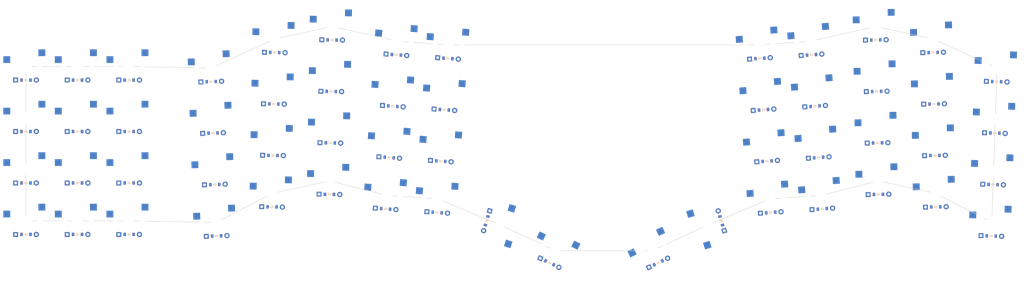
<source format=kicad_pcb>
(kicad_pcb (version 20171130) (host pcbnew 5.1.6)
  (title_block (title "mainboard") (rev "v1.0.0") (company "Unknown"))
  (layers (0 F.Cu signal) (31 B.Cu signal) (34 B.Paste user) (35 F.Paste user) (36 B.SilkS user) (37 F.SilkS user) (38 B.Mask user) (39 F.Mask user) (44 Edge.Cuts user))
  (net 0 "")
  (net 1 "pinky_alpha1")
  (net 2 "pinky_alpha2")
  (net 3 "pinky_alpha3")
  (net 4 "pinky_mod")
  (net 5 "ring_alpha1")
  (net 6 "ring_alpha2")
  (net 7 "ring_alpha3")
  (net 8 "ring_mod")
  (net 9 "middle_alpha1")
  (net 10 "middle_alpha2")
  (net 11 "middle_alpha3")
  (net 12 "middle_mod")
  (net 13 "index_alpha1")
  (net 14 "index_alpha2")
  (net 15 "index_alpha3")
  (net 16 "index_mod")
  (net 17 "index_stretch_alpha1")
  (net 18 "index_stretch_alpha2")
  (net 19 "index_stretch_alpha3")
  (net 20 "index_stretch_mod")
  (net 21 "mirror_pinky_alpha1")
  (net 22 "mirror_pinky_alpha2")
  (net 23 "mirror_pinky_alpha3")
  (net 24 "mirror_pinky_mod")
  (net 25 "mirror_ring_alpha1")
  (net 26 "mirror_ring_alpha2")
  (net 27 "mirror_ring_alpha3")
  (net 28 "mirror_ring_mod")
  (net 29 "mirror_middle_alpha1")
  (net 30 "mirror_middle_alpha2")
  (net 31 "mirror_middle_alpha3")
  (net 32 "mirror_middle_mod")
  (net 33 "mirror_index_alpha1")
  (net 34 "mirror_index_alpha2")
  (net 35 "mirror_index_alpha3")
  (net 36 "mirror_index_mod")
  (net 37 "mirror_index_stretch_alpha1")
  (net 38 "mirror_index_stretch_alpha2")
  (net 39 "mirror_index_stretch_alpha3")
  (net 40 "mirror_index_stretch_mod")
  (net 41 "spazio_fan")
  (net 42 "disazio_fan")
  (net 43 "mirror_spazio_fan")
  (net 44 "mirror_disazio_fan")
  (net 45 "C1_R1")
  (net 46 "C1_R2")
  (net 47 "C1_R3")
  (net 48 "C1_R4")
  (net 49 "C2_R1")
  (net 50 "C2_R2")
  (net 51 "C2_R3")
  (net 52 "C2_R4")
  (net 53 "C3_R1")
  (net 54 "C3_R2")
  (net 55 "C3_R3")
  (net 56 "C3_R4")
  (module MX (layer F.Cu) (at 0 0 2)
    (fp_text reference "S1" hide)
    (fp_text value "" hide)
    (pad "" np_thru_hole circle (at 0 0) (size 3.9878 3.9878) (drill 3.9878) (layers *.Cu *.Mask))
    (pad "" np_thru_hole circle (at 5.08 0) (size 1.7018 1.7018) (drill 1.7018) (layers *.Cu *.Mask))
    (pad "" np_thru_hole circle (at -5.08 0) (size 1.7018 1.7018) (drill 1.7018) (layers *.Cu *.Mask))
    (pad "" np_thru_hole circle (at 2.54 -5.08) (size 3 3) (drill 3) (layers *.Cu *.Mask))
    (pad "" np_thru_hole circle (at -3.81 -2.54) (size 3 3) (drill 3) (layers *.Cu *.Mask))
    (pad 1 smd rect (at -7.085 -2.54 2) (size 2.55 2.5) (layers B.Cu B.Paste B.Mask) (net 0 ""))
    (pad 2 smd rect (at 5.842 -5.08 2) (size 2.55 2.5) (layers B.Cu B.Paste B.Mask) (net 1 "pinky_alpha1"))
  )
  (module MX (layer F.Cu) (at -0.6630904 -18.9884257 2)
    (fp_text reference "S2" hide)
    (fp_text value "" hide)
    (pad "" np_thru_hole circle (at 0 0) (size 3.9878 3.9878) (drill 3.9878) (layers *.Cu *.Mask))
    (pad "" np_thru_hole circle (at 5.08 0) (size 1.7018 1.7018) (drill 1.7018) (layers *.Cu *.Mask))
    (pad "" np_thru_hole circle (at -5.08 0) (size 1.7018 1.7018) (drill 1.7018) (layers *.Cu *.Mask))
    (pad "" np_thru_hole circle (at 2.54 -5.08) (size 3 3) (drill 3) (layers *.Cu *.Mask))
    (pad "" np_thru_hole circle (at -3.81 -2.54) (size 3 3) (drill 3) (layers *.Cu *.Mask))
    (pad 1 smd rect (at -7.085 -2.54 2) (size 2.55 2.5) (layers B.Cu B.Paste B.Mask) (net 0 ""))
    (pad 2 smd rect (at 5.842 -5.08 2) (size 2.55 2.5) (layers B.Cu B.Paste B.Mask) (net 2 "pinky_alpha2"))
  )
  (module MX (layer F.Cu) (at -1.3261808 -37.9768514 2)
    (fp_text reference "S3" hide)
    (fp_text value "" hide)
    (pad "" np_thru_hole circle (at 0 0) (size 3.9878 3.9878) (drill 3.9878) (layers *.Cu *.Mask))
    (pad "" np_thru_hole circle (at 5.08 0) (size 1.7018 1.7018) (drill 1.7018) (layers *.Cu *.Mask))
    (pad "" np_thru_hole circle (at -5.08 0) (size 1.7018 1.7018) (drill 1.7018) (layers *.Cu *.Mask))
    (pad "" np_thru_hole circle (at 2.54 -5.08) (size 3 3) (drill 3) (layers *.Cu *.Mask))
    (pad "" np_thru_hole circle (at -3.81 -2.54) (size 3 3) (drill 3) (layers *.Cu *.Mask))
    (pad 1 smd rect (at -7.085 -2.54 2) (size 2.55 2.5) (layers B.Cu B.Paste B.Mask) (net 0 ""))
    (pad 2 smd rect (at 5.842 -5.08 2) (size 2.55 2.5) (layers B.Cu B.Paste B.Mask) (net 3 "pinky_alpha3"))
  )
  (module MX (layer F.Cu) (at -1.9892712 -56.9652771 2)
    (fp_text reference "S4" hide)
    (fp_text value "" hide)
    (pad "" np_thru_hole circle (at 0 0) (size 3.9878 3.9878) (drill 3.9878) (layers *.Cu *.Mask))
    (pad "" np_thru_hole circle (at 5.08 0) (size 1.7018 1.7018) (drill 1.7018) (layers *.Cu *.Mask))
    (pad "" np_thru_hole circle (at -5.08 0) (size 1.7018 1.7018) (drill 1.7018) (layers *.Cu *.Mask))
    (pad "" np_thru_hole circle (at 2.54 -5.08) (size 3 3) (drill 3) (layers *.Cu *.Mask))
    (pad "" np_thru_hole circle (at -3.81 -2.54) (size 3 3) (drill 3) (layers *.Cu *.Mask))
    (pad 1 smd rect (at -7.085 -2.54 2) (size 2.55 2.5) (layers B.Cu B.Paste B.Mask) (net 0 ""))
    (pad 2 smd rect (at 5.842 -5.08 2) (size 2.55 2.5) (layers B.Cu B.Paste B.Mask) (net 4 "pinky_mod"))
  )
  (module MX (layer F.Cu) (at 20.6881819 -10.7285427 -1)
    (fp_text reference "S5" hide)
    (fp_text value "" hide)
    (pad "" np_thru_hole circle (at 0 0) (size 3.9878 3.9878) (drill 3.9878) (layers *.Cu *.Mask))
    (pad "" np_thru_hole circle (at 5.08 0) (size 1.7018 1.7018) (drill 1.7018) (layers *.Cu *.Mask))
    (pad "" np_thru_hole circle (at -5.08 0) (size 1.7018 1.7018) (drill 1.7018) (layers *.Cu *.Mask))
    (pad "" np_thru_hole circle (at 2.54 -5.08) (size 3 3) (drill 3) (layers *.Cu *.Mask))
    (pad "" np_thru_hole circle (at -3.81 -2.54) (size 3 3) (drill 3) (layers *.Cu *.Mask))
    (pad 1 smd rect (at -7.085 -2.54 -1) (size 2.55 2.5) (layers B.Cu B.Paste B.Mask) (net 0 ""))
    (pad 2 smd rect (at 5.842 -5.08 -1) (size 2.55 2.5) (layers B.Cu B.Paste B.Mask) (net 5 "ring_alpha1"))
  )
  (module MX (layer F.Cu) (at 21.0197776 -29.725648900000003 -1)
    (fp_text reference "S6" hide)
    (fp_text value "" hide)
    (pad "" np_thru_hole circle (at 0 0) (size 3.9878 3.9878) (drill 3.9878) (layers *.Cu *.Mask))
    (pad "" np_thru_hole circle (at 5.08 0) (size 1.7018 1.7018) (drill 1.7018) (layers *.Cu *.Mask))
    (pad "" np_thru_hole circle (at -5.08 0) (size 1.7018 1.7018) (drill 1.7018) (layers *.Cu *.Mask))
    (pad "" np_thru_hole circle (at 2.54 -5.08) (size 3 3) (drill 3) (layers *.Cu *.Mask))
    (pad "" np_thru_hole circle (at -3.81 -2.54) (size 3 3) (drill 3) (layers *.Cu *.Mask))
    (pad 1 smd rect (at -7.085 -2.54 -1) (size 2.55 2.5) (layers B.Cu B.Paste B.Mask) (net 0 ""))
    (pad 2 smd rect (at 5.842 -5.08 -1) (size 2.55 2.5) (layers B.Cu B.Paste B.Mask) (net 6 "ring_alpha2"))
  )
  (module MX (layer F.Cu) (at 21.351373300000002 -48.7227551 -1)
    (fp_text reference "S7" hide)
    (fp_text value "" hide)
    (pad "" np_thru_hole circle (at 0 0) (size 3.9878 3.9878) (drill 3.9878) (layers *.Cu *.Mask))
    (pad "" np_thru_hole circle (at 5.08 0) (size 1.7018 1.7018) (drill 1.7018) (layers *.Cu *.Mask))
    (pad "" np_thru_hole circle (at -5.08 0) (size 1.7018 1.7018) (drill 1.7018) (layers *.Cu *.Mask))
    (pad "" np_thru_hole circle (at 2.54 -5.08) (size 3 3) (drill 3) (layers *.Cu *.Mask))
    (pad "" np_thru_hole circle (at -3.81 -2.54) (size 3 3) (drill 3) (layers *.Cu *.Mask))
    (pad 1 smd rect (at -7.085 -2.54 -1) (size 2.55 2.5) (layers B.Cu B.Paste B.Mask) (net 0 ""))
    (pad 2 smd rect (at 5.842 -5.08 -1) (size 2.55 2.5) (layers B.Cu B.Paste B.Mask) (net 7 "ring_alpha3"))
  )
  (module MX (layer F.Cu) (at 21.682969000000003 -67.7198613 -1)
    (fp_text reference "S8" hide)
    (fp_text value "" hide)
    (pad "" np_thru_hole circle (at 0 0) (size 3.9878 3.9878) (drill 3.9878) (layers *.Cu *.Mask))
    (pad "" np_thru_hole circle (at 5.08 0) (size 1.7018 1.7018) (drill 1.7018) (layers *.Cu *.Mask))
    (pad "" np_thru_hole circle (at -5.08 0) (size 1.7018 1.7018) (drill 1.7018) (layers *.Cu *.Mask))
    (pad "" np_thru_hole circle (at 2.54 -5.08) (size 3 3) (drill 3) (layers *.Cu *.Mask))
    (pad "" np_thru_hole circle (at -3.81 -2.54) (size 3 3) (drill 3) (layers *.Cu *.Mask))
    (pad 1 smd rect (at -7.085 -2.54 -1) (size 2.55 2.5) (layers B.Cu B.Paste B.Mask) (net 0 ""))
    (pad 2 smd rect (at 5.842 -5.08 -1) (size 2.55 2.5) (layers B.Cu B.Paste B.Mask) (net 8 "ring_mod"))
  )
  (module MX (layer F.Cu) (at 41.822238 -15.360408 -1)
    (fp_text reference "S9" hide)
    (fp_text value "" hide)
    (pad "" np_thru_hole circle (at 0 0) (size 3.9878 3.9878) (drill 3.9878) (layers *.Cu *.Mask))
    (pad "" np_thru_hole circle (at 5.08 0) (size 1.7018 1.7018) (drill 1.7018) (layers *.Cu *.Mask))
    (pad "" np_thru_hole circle (at -5.08 0) (size 1.7018 1.7018) (drill 1.7018) (layers *.Cu *.Mask))
    (pad "" np_thru_hole circle (at 2.54 -5.08) (size 3 3) (drill 3) (layers *.Cu *.Mask))
    (pad "" np_thru_hole circle (at -3.81 -2.54) (size 3 3) (drill 3) (layers *.Cu *.Mask))
    (pad 1 smd rect (at -7.085 -2.54 -1) (size 2.55 2.5) (layers B.Cu B.Paste B.Mask) (net 0 ""))
    (pad 2 smd rect (at 5.842 -5.08 -1) (size 2.55 2.5) (layers B.Cu B.Paste B.Mask) (net 9 "middle_alpha1"))
  )
  (module MX (layer F.Cu) (at 42.1538337 -34.3575142 -1)
    (fp_text reference "S10" hide)
    (fp_text value "" hide)
    (pad "" np_thru_hole circle (at 0 0) (size 3.9878 3.9878) (drill 3.9878) (layers *.Cu *.Mask))
    (pad "" np_thru_hole circle (at 5.08 0) (size 1.7018 1.7018) (drill 1.7018) (layers *.Cu *.Mask))
    (pad "" np_thru_hole circle (at -5.08 0) (size 1.7018 1.7018) (drill 1.7018) (layers *.Cu *.Mask))
    (pad "" np_thru_hole circle (at 2.54 -5.08) (size 3 3) (drill 3) (layers *.Cu *.Mask))
    (pad "" np_thru_hole circle (at -3.81 -2.54) (size 3 3) (drill 3) (layers *.Cu *.Mask))
    (pad 1 smd rect (at -7.085 -2.54 -1) (size 2.55 2.5) (layers B.Cu B.Paste B.Mask) (net 0 ""))
    (pad 2 smd rect (at 5.842 -5.08 -1) (size 2.55 2.5) (layers B.Cu B.Paste B.Mask) (net 10 "middle_alpha2"))
  )
  (module MX (layer F.Cu) (at 42.4854294 -53.3546204 -1)
    (fp_text reference "S11" hide)
    (fp_text value "" hide)
    (pad "" np_thru_hole circle (at 0 0) (size 3.9878 3.9878) (drill 3.9878) (layers *.Cu *.Mask))
    (pad "" np_thru_hole circle (at 5.08 0) (size 1.7018 1.7018) (drill 1.7018) (layers *.Cu *.Mask))
    (pad "" np_thru_hole circle (at -5.08 0) (size 1.7018 1.7018) (drill 1.7018) (layers *.Cu *.Mask))
    (pad "" np_thru_hole circle (at 2.54 -5.08) (size 3 3) (drill 3) (layers *.Cu *.Mask))
    (pad "" np_thru_hole circle (at -3.81 -2.54) (size 3 3) (drill 3) (layers *.Cu *.Mask))
    (pad 1 smd rect (at -7.085 -2.54 -1) (size 2.55 2.5) (layers B.Cu B.Paste B.Mask) (net 0 ""))
    (pad 2 smd rect (at 5.842 -5.08 -1) (size 2.55 2.5) (layers B.Cu B.Paste B.Mask) (net 11 "middle_alpha3"))
  )
  (module MX (layer F.Cu) (at 42.8170251 -72.3517266 -1)
    (fp_text reference "S12" hide)
    (fp_text value "" hide)
    (pad "" np_thru_hole circle (at 0 0) (size 3.9878 3.9878) (drill 3.9878) (layers *.Cu *.Mask))
    (pad "" np_thru_hole circle (at 5.08 0) (size 1.7018 1.7018) (drill 1.7018) (layers *.Cu *.Mask))
    (pad "" np_thru_hole circle (at -5.08 0) (size 1.7018 1.7018) (drill 1.7018) (layers *.Cu *.Mask))
    (pad "" np_thru_hole circle (at 2.54 -5.08) (size 3 3) (drill 3) (layers *.Cu *.Mask))
    (pad "" np_thru_hole circle (at -3.81 -2.54) (size 3 3) (drill 3) (layers *.Cu *.Mask))
    (pad 1 smd rect (at -7.085 -2.54 -1) (size 2.55 2.5) (layers B.Cu B.Paste B.Mask) (net 0 ""))
    (pad 2 smd rect (at 5.842 -5.08 -1) (size 2.55 2.5) (layers B.Cu B.Paste B.Mask) (net 12 "middle_mod"))
  )
  (module MX (layer F.Cu) (at 62.7817699 -9.9937964 -4)
    (fp_text reference "S13" hide)
    (fp_text value "" hide)
    (pad "" np_thru_hole circle (at 0 0) (size 3.9878 3.9878) (drill 3.9878) (layers *.Cu *.Mask))
    (pad "" np_thru_hole circle (at 5.08 0) (size 1.7018 1.7018) (drill 1.7018) (layers *.Cu *.Mask))
    (pad "" np_thru_hole circle (at -5.08 0) (size 1.7018 1.7018) (drill 1.7018) (layers *.Cu *.Mask))
    (pad "" np_thru_hole circle (at 2.54 -5.08) (size 3 3) (drill 3) (layers *.Cu *.Mask))
    (pad "" np_thru_hole circle (at -3.81 -2.54) (size 3 3) (drill 3) (layers *.Cu *.Mask))
    (pad 1 smd rect (at -7.085 -2.54 -4) (size 2.55 2.5) (layers B.Cu B.Paste B.Mask) (net 0 ""))
    (pad 2 smd rect (at 5.842 -5.08 -4) (size 2.55 2.5) (layers B.Cu B.Paste B.Mask) (net 13 "index_alpha1"))
  )
  (module MX (layer F.Cu) (at 64.1071429 -28.947513400000002 -4)
    (fp_text reference "S14" hide)
    (fp_text value "" hide)
    (pad "" np_thru_hole circle (at 0 0) (size 3.9878 3.9878) (drill 3.9878) (layers *.Cu *.Mask))
    (pad "" np_thru_hole circle (at 5.08 0) (size 1.7018 1.7018) (drill 1.7018) (layers *.Cu *.Mask))
    (pad "" np_thru_hole circle (at -5.08 0) (size 1.7018 1.7018) (drill 1.7018) (layers *.Cu *.Mask))
    (pad "" np_thru_hole circle (at 2.54 -5.08) (size 3 3) (drill 3) (layers *.Cu *.Mask))
    (pad "" np_thru_hole circle (at -3.81 -2.54) (size 3 3) (drill 3) (layers *.Cu *.Mask))
    (pad 1 smd rect (at -7.085 -2.54 -4) (size 2.55 2.5) (layers B.Cu B.Paste B.Mask) (net 0 ""))
    (pad 2 smd rect (at 5.842 -5.08 -4) (size 2.55 2.5) (layers B.Cu B.Paste B.Mask) (net 14 "index_alpha2"))
  )
  (module MX (layer F.Cu) (at 65.4325159 -47.9012304 -4)
    (fp_text reference "S15" hide)
    (fp_text value "" hide)
    (pad "" np_thru_hole circle (at 0 0) (size 3.9878 3.9878) (drill 3.9878) (layers *.Cu *.Mask))
    (pad "" np_thru_hole circle (at 5.08 0) (size 1.7018 1.7018) (drill 1.7018) (layers *.Cu *.Mask))
    (pad "" np_thru_hole circle (at -5.08 0) (size 1.7018 1.7018) (drill 1.7018) (layers *.Cu *.Mask))
    (pad "" np_thru_hole circle (at 2.54 -5.08) (size 3 3) (drill 3) (layers *.Cu *.Mask))
    (pad "" np_thru_hole circle (at -3.81 -2.54) (size 3 3) (drill 3) (layers *.Cu *.Mask))
    (pad 1 smd rect (at -7.085 -2.54 -4) (size 2.55 2.5) (layers B.Cu B.Paste B.Mask) (net 0 ""))
    (pad 2 smd rect (at 5.842 -5.08 -4) (size 2.55 2.5) (layers B.Cu B.Paste B.Mask) (net 15 "index_alpha3"))
  )
  (module MX (layer F.Cu) (at 66.7578889 -66.8549474 -4)
    (fp_text reference "S16" hide)
    (fp_text value "" hide)
    (pad "" np_thru_hole circle (at 0 0) (size 3.9878 3.9878) (drill 3.9878) (layers *.Cu *.Mask))
    (pad "" np_thru_hole circle (at 5.08 0) (size 1.7018 1.7018) (drill 1.7018) (layers *.Cu *.Mask))
    (pad "" np_thru_hole circle (at -5.08 0) (size 1.7018 1.7018) (drill 1.7018) (layers *.Cu *.Mask))
    (pad "" np_thru_hole circle (at 2.54 -5.08) (size 3 3) (drill 3) (layers *.Cu *.Mask))
    (pad "" np_thru_hole circle (at -3.81 -2.54) (size 3 3) (drill 3) (layers *.Cu *.Mask))
    (pad 1 smd rect (at -7.085 -2.54 -4) (size 2.55 2.5) (layers B.Cu B.Paste B.Mask) (net 0 ""))
    (pad 2 smd rect (at 5.842 -5.08 -4) (size 2.55 2.5) (layers B.Cu B.Paste B.Mask) (net 16 "index_mod"))
  )
  (module MX (layer F.Cu) (at 81.7853651 -8.6649355 -4)
    (fp_text reference "S17" hide)
    (fp_text value "" hide)
    (pad "" np_thru_hole circle (at 0 0) (size 3.9878 3.9878) (drill 3.9878) (layers *.Cu *.Mask))
    (pad "" np_thru_hole circle (at 5.08 0) (size 1.7018 1.7018) (drill 1.7018) (layers *.Cu *.Mask))
    (pad "" np_thru_hole circle (at -5.08 0) (size 1.7018 1.7018) (drill 1.7018) (layers *.Cu *.Mask))
    (pad "" np_thru_hole circle (at 2.54 -5.08) (size 3 3) (drill 3) (layers *.Cu *.Mask))
    (pad "" np_thru_hole circle (at -3.81 -2.54) (size 3 3) (drill 3) (layers *.Cu *.Mask))
    (pad 1 smd rect (at -7.085 -2.54 -4) (size 2.55 2.5) (layers B.Cu B.Paste B.Mask) (net 0 ""))
    (pad 2 smd rect (at 5.842 -5.08 -4) (size 2.55 2.5) (layers B.Cu B.Paste B.Mask) (net 17 "index_stretch_alpha1"))
  )
  (module MX (layer F.Cu) (at 83.1107381 -27.618652500000003 -4)
    (fp_text reference "S18" hide)
    (fp_text value "" hide)
    (pad "" np_thru_hole circle (at 0 0) (size 3.9878 3.9878) (drill 3.9878) (layers *.Cu *.Mask))
    (pad "" np_thru_hole circle (at 5.08 0) (size 1.7018 1.7018) (drill 1.7018) (layers *.Cu *.Mask))
    (pad "" np_thru_hole circle (at -5.08 0) (size 1.7018 1.7018) (drill 1.7018) (layers *.Cu *.Mask))
    (pad "" np_thru_hole circle (at 2.54 -5.08) (size 3 3) (drill 3) (layers *.Cu *.Mask))
    (pad "" np_thru_hole circle (at -3.81 -2.54) (size 3 3) (drill 3) (layers *.Cu *.Mask))
    (pad 1 smd rect (at -7.085 -2.54 -4) (size 2.55 2.5) (layers B.Cu B.Paste B.Mask) (net 0 ""))
    (pad 2 smd rect (at 5.842 -5.08 -4) (size 2.55 2.5) (layers B.Cu B.Paste B.Mask) (net 18 "index_stretch_alpha2"))
  )
  (module MX (layer F.Cu) (at 84.4361111 -46.57236950000001 -4)
    (fp_text reference "S19" hide)
    (fp_text value "" hide)
    (pad "" np_thru_hole circle (at 0 0) (size 3.9878 3.9878) (drill 3.9878) (layers *.Cu *.Mask))
    (pad "" np_thru_hole circle (at 5.08 0) (size 1.7018 1.7018) (drill 1.7018) (layers *.Cu *.Mask))
    (pad "" np_thru_hole circle (at -5.08 0) (size 1.7018 1.7018) (drill 1.7018) (layers *.Cu *.Mask))
    (pad "" np_thru_hole circle (at 2.54 -5.08) (size 3 3) (drill 3) (layers *.Cu *.Mask))
    (pad "" np_thru_hole circle (at -3.81 -2.54) (size 3 3) (drill 3) (layers *.Cu *.Mask))
    (pad 1 smd rect (at -7.085 -2.54 -4) (size 2.55 2.5) (layers B.Cu B.Paste B.Mask) (net 0 ""))
    (pad 2 smd rect (at 5.842 -5.08 -4) (size 2.55 2.5) (layers B.Cu B.Paste B.Mask) (net 19 "index_stretch_alpha3"))
  )
  (module MX (layer F.Cu) (at 85.7614841 -65.5260865 -4)
    (fp_text reference "S20" hide)
    (fp_text value "" hide)
    (pad "" np_thru_hole circle (at 0 0) (size 3.9878 3.9878) (drill 3.9878) (layers *.Cu *.Mask))
    (pad "" np_thru_hole circle (at 5.08 0) (size 1.7018 1.7018) (drill 1.7018) (layers *.Cu *.Mask))
    (pad "" np_thru_hole circle (at -5.08 0) (size 1.7018 1.7018) (drill 1.7018) (layers *.Cu *.Mask))
    (pad "" np_thru_hole circle (at 2.54 -5.08) (size 3 3) (drill 3) (layers *.Cu *.Mask))
    (pad "" np_thru_hole circle (at -3.81 -2.54) (size 3 3) (drill 3) (layers *.Cu *.Mask))
    (pad 1 smd rect (at -7.085 -2.54 -4) (size 2.55 2.5) (layers B.Cu B.Paste B.Mask) (net 0 ""))
    (pad 2 smd rect (at 5.842 -5.08 -4) (size 2.55 2.5) (layers B.Cu B.Paste B.Mask) (net 20 "index_stretch_mod"))
  )
  (module MX (layer F.Cu) (at 285.75 0 -2)
    (fp_text reference "S21" hide)
    (fp_text value "" hide)
    (pad "" np_thru_hole circle (at 0 0) (size 3.9878 3.9878) (drill 3.9878) (layers *.Cu *.Mask))
    (pad "" np_thru_hole circle (at 5.08 0) (size 1.7018 1.7018) (drill 1.7018) (layers *.Cu *.Mask))
    (pad "" np_thru_hole circle (at -5.08 0) (size 1.7018 1.7018) (drill 1.7018) (layers *.Cu *.Mask))
    (pad "" np_thru_hole circle (at 2.54 -5.08) (size 3 3) (drill 3) (layers *.Cu *.Mask))
    (pad "" np_thru_hole circle (at -3.81 -2.54) (size 3 3) (drill 3) (layers *.Cu *.Mask))
    (pad 1 smd rect (at -7.085 -2.54 -2) (size 2.55 2.5) (layers B.Cu B.Paste B.Mask) (net 0 ""))
    (pad 2 smd rect (at 5.842 -5.08 -2) (size 2.55 2.5) (layers B.Cu B.Paste B.Mask) (net 21 "mirror_pinky_alpha1"))
  )
  (module MX (layer F.Cu) (at 286.4130904 -18.9884257 -2)
    (fp_text reference "S22" hide)
    (fp_text value "" hide)
    (pad "" np_thru_hole circle (at 0 0) (size 3.9878 3.9878) (drill 3.9878) (layers *.Cu *.Mask))
    (pad "" np_thru_hole circle (at 5.08 0) (size 1.7018 1.7018) (drill 1.7018) (layers *.Cu *.Mask))
    (pad "" np_thru_hole circle (at -5.08 0) (size 1.7018 1.7018) (drill 1.7018) (layers *.Cu *.Mask))
    (pad "" np_thru_hole circle (at 2.54 -5.08) (size 3 3) (drill 3) (layers *.Cu *.Mask))
    (pad "" np_thru_hole circle (at -3.81 -2.54) (size 3 3) (drill 3) (layers *.Cu *.Mask))
    (pad 1 smd rect (at -7.085 -2.54 -2) (size 2.55 2.5) (layers B.Cu B.Paste B.Mask) (net 0 ""))
    (pad 2 smd rect (at 5.842 -5.08 -2) (size 2.55 2.5) (layers B.Cu B.Paste B.Mask) (net 22 "mirror_pinky_alpha2"))
  )
  (module MX (layer F.Cu) (at 287.0761808 -37.9768514 -2)
    (fp_text reference "S23" hide)
    (fp_text value "" hide)
    (pad "" np_thru_hole circle (at 0 0) (size 3.9878 3.9878) (drill 3.9878) (layers *.Cu *.Mask))
    (pad "" np_thru_hole circle (at 5.08 0) (size 1.7018 1.7018) (drill 1.7018) (layers *.Cu *.Mask))
    (pad "" np_thru_hole circle (at -5.08 0) (size 1.7018 1.7018) (drill 1.7018) (layers *.Cu *.Mask))
    (pad "" np_thru_hole circle (at 2.54 -5.08) (size 3 3) (drill 3) (layers *.Cu *.Mask))
    (pad "" np_thru_hole circle (at -3.81 -2.54) (size 3 3) (drill 3) (layers *.Cu *.Mask))
    (pad 1 smd rect (at -7.085 -2.54 -2) (size 2.55 2.5) (layers B.Cu B.Paste B.Mask) (net 0 ""))
    (pad 2 smd rect (at 5.842 -5.08 -2) (size 2.55 2.5) (layers B.Cu B.Paste B.Mask) (net 23 "mirror_pinky_alpha3"))
  )
  (module MX (layer F.Cu) (at 287.7392712 -56.9652771 -2)
    (fp_text reference "S24" hide)
    (fp_text value "" hide)
    (pad "" np_thru_hole circle (at 0 0) (size 3.9878 3.9878) (drill 3.9878) (layers *.Cu *.Mask))
    (pad "" np_thru_hole circle (at 5.08 0) (size 1.7018 1.7018) (drill 1.7018) (layers *.Cu *.Mask))
    (pad "" np_thru_hole circle (at -5.08 0) (size 1.7018 1.7018) (drill 1.7018) (layers *.Cu *.Mask))
    (pad "" np_thru_hole circle (at 2.54 -5.08) (size 3 3) (drill 3) (layers *.Cu *.Mask))
    (pad "" np_thru_hole circle (at -3.81 -2.54) (size 3 3) (drill 3) (layers *.Cu *.Mask))
    (pad 1 smd rect (at -7.085 -2.54 -2) (size 2.55 2.5) (layers B.Cu B.Paste B.Mask) (net 0 ""))
    (pad 2 smd rect (at 5.842 -5.08 -2) (size 2.55 2.5) (layers B.Cu B.Paste B.Mask) (net 24 "mirror_pinky_mod"))
  )
  (module MX (layer F.Cu) (at 265.0618181 -10.7285427 1)
    (fp_text reference "S25" hide)
    (fp_text value "" hide)
    (pad "" np_thru_hole circle (at 0 0) (size 3.9878 3.9878) (drill 3.9878) (layers *.Cu *.Mask))
    (pad "" np_thru_hole circle (at 5.08 0) (size 1.7018 1.7018) (drill 1.7018) (layers *.Cu *.Mask))
    (pad "" np_thru_hole circle (at -5.08 0) (size 1.7018 1.7018) (drill 1.7018) (layers *.Cu *.Mask))
    (pad "" np_thru_hole circle (at 2.54 -5.08) (size 3 3) (drill 3) (layers *.Cu *.Mask))
    (pad "" np_thru_hole circle (at -3.81 -2.54) (size 3 3) (drill 3) (layers *.Cu *.Mask))
    (pad 1 smd rect (at -7.085 -2.54 1) (size 2.55 2.5) (layers B.Cu B.Paste B.Mask) (net 0 ""))
    (pad 2 smd rect (at 5.842 -5.08 1) (size 2.55 2.5) (layers B.Cu B.Paste B.Mask) (net 25 "mirror_ring_alpha1"))
  )
  (module MX (layer F.Cu) (at 264.7302224 -29.725648900000003 1)
    (fp_text reference "S26" hide)
    (fp_text value "" hide)
    (pad "" np_thru_hole circle (at 0 0) (size 3.9878 3.9878) (drill 3.9878) (layers *.Cu *.Mask))
    (pad "" np_thru_hole circle (at 5.08 0) (size 1.7018 1.7018) (drill 1.7018) (layers *.Cu *.Mask))
    (pad "" np_thru_hole circle (at -5.08 0) (size 1.7018 1.7018) (drill 1.7018) (layers *.Cu *.Mask))
    (pad "" np_thru_hole circle (at 2.54 -5.08) (size 3 3) (drill 3) (layers *.Cu *.Mask))
    (pad "" np_thru_hole circle (at -3.81 -2.54) (size 3 3) (drill 3) (layers *.Cu *.Mask))
    (pad 1 smd rect (at -7.085 -2.54 1) (size 2.55 2.5) (layers B.Cu B.Paste B.Mask) (net 0 ""))
    (pad 2 smd rect (at 5.842 -5.08 1) (size 2.55 2.5) (layers B.Cu B.Paste B.Mask) (net 26 "mirror_ring_alpha2"))
  )
  (module MX (layer F.Cu) (at 264.3986267 -48.7227551 1)
    (fp_text reference "S27" hide)
    (fp_text value "" hide)
    (pad "" np_thru_hole circle (at 0 0) (size 3.9878 3.9878) (drill 3.9878) (layers *.Cu *.Mask))
    (pad "" np_thru_hole circle (at 5.08 0) (size 1.7018 1.7018) (drill 1.7018) (layers *.Cu *.Mask))
    (pad "" np_thru_hole circle (at -5.08 0) (size 1.7018 1.7018) (drill 1.7018) (layers *.Cu *.Mask))
    (pad "" np_thru_hole circle (at 2.54 -5.08) (size 3 3) (drill 3) (layers *.Cu *.Mask))
    (pad "" np_thru_hole circle (at -3.81 -2.54) (size 3 3) (drill 3) (layers *.Cu *.Mask))
    (pad 1 smd rect (at -7.085 -2.54 1) (size 2.55 2.5) (layers B.Cu B.Paste B.Mask) (net 0 ""))
    (pad 2 smd rect (at 5.842 -5.08 1) (size 2.55 2.5) (layers B.Cu B.Paste B.Mask) (net 27 "mirror_ring_alpha3"))
  )
  (module MX (layer F.Cu) (at 264.067031 -67.7198613 1)
    (fp_text reference "S28" hide)
    (fp_text value "" hide)
    (pad "" np_thru_hole circle (at 0 0) (size 3.9878 3.9878) (drill 3.9878) (layers *.Cu *.Mask))
    (pad "" np_thru_hole circle (at 5.08 0) (size 1.7018 1.7018) (drill 1.7018) (layers *.Cu *.Mask))
    (pad "" np_thru_hole circle (at -5.08 0) (size 1.7018 1.7018) (drill 1.7018) (layers *.Cu *.Mask))
    (pad "" np_thru_hole circle (at 2.54 -5.08) (size 3 3) (drill 3) (layers *.Cu *.Mask))
    (pad "" np_thru_hole circle (at -3.81 -2.54) (size 3 3) (drill 3) (layers *.Cu *.Mask))
    (pad 1 smd rect (at -7.085 -2.54 1) (size 2.55 2.5) (layers B.Cu B.Paste B.Mask) (net 0 ""))
    (pad 2 smd rect (at 5.842 -5.08 1) (size 2.55 2.5) (layers B.Cu B.Paste B.Mask) (net 28 "mirror_ring_mod"))
  )
  (module MX (layer F.Cu) (at 243.927762 -15.360408 1)
    (fp_text reference "S29" hide)
    (fp_text value "" hide)
    (pad "" np_thru_hole circle (at 0 0) (size 3.9878 3.9878) (drill 3.9878) (layers *.Cu *.Mask))
    (pad "" np_thru_hole circle (at 5.08 0) (size 1.7018 1.7018) (drill 1.7018) (layers *.Cu *.Mask))
    (pad "" np_thru_hole circle (at -5.08 0) (size 1.7018 1.7018) (drill 1.7018) (layers *.Cu *.Mask))
    (pad "" np_thru_hole circle (at 2.54 -5.08) (size 3 3) (drill 3) (layers *.Cu *.Mask))
    (pad "" np_thru_hole circle (at -3.81 -2.54) (size 3 3) (drill 3) (layers *.Cu *.Mask))
    (pad 1 smd rect (at -7.085 -2.54 1) (size 2.55 2.5) (layers B.Cu B.Paste B.Mask) (net 0 ""))
    (pad 2 smd rect (at 5.842 -5.08 1) (size 2.55 2.5) (layers B.Cu B.Paste B.Mask) (net 29 "mirror_middle_alpha1"))
  )
  (module MX (layer F.Cu) (at 243.5961663 -34.3575142 1)
    (fp_text reference "S30" hide)
    (fp_text value "" hide)
    (pad "" np_thru_hole circle (at 0 0) (size 3.9878 3.9878) (drill 3.9878) (layers *.Cu *.Mask))
    (pad "" np_thru_hole circle (at 5.08 0) (size 1.7018 1.7018) (drill 1.7018) (layers *.Cu *.Mask))
    (pad "" np_thru_hole circle (at -5.08 0) (size 1.7018 1.7018) (drill 1.7018) (layers *.Cu *.Mask))
    (pad "" np_thru_hole circle (at 2.54 -5.08) (size 3 3) (drill 3) (layers *.Cu *.Mask))
    (pad "" np_thru_hole circle (at -3.81 -2.54) (size 3 3) (drill 3) (layers *.Cu *.Mask))
    (pad 1 smd rect (at -7.085 -2.54 1) (size 2.55 2.5) (layers B.Cu B.Paste B.Mask) (net 0 ""))
    (pad 2 smd rect (at 5.842 -5.08 1) (size 2.55 2.5) (layers B.Cu B.Paste B.Mask) (net 30 "mirror_middle_alpha2"))
  )
  (module MX (layer F.Cu) (at 243.2645706 -53.3546204 1)
    (fp_text reference "S31" hide)
    (fp_text value "" hide)
    (pad "" np_thru_hole circle (at 0 0) (size 3.9878 3.9878) (drill 3.9878) (layers *.Cu *.Mask))
    (pad "" np_thru_hole circle (at 5.08 0) (size 1.7018 1.7018) (drill 1.7018) (layers *.Cu *.Mask))
    (pad "" np_thru_hole circle (at -5.08 0) (size 1.7018 1.7018) (drill 1.7018) (layers *.Cu *.Mask))
    (pad "" np_thru_hole circle (at 2.54 -5.08) (size 3 3) (drill 3) (layers *.Cu *.Mask))
    (pad "" np_thru_hole circle (at -3.81 -2.54) (size 3 3) (drill 3) (layers *.Cu *.Mask))
    (pad 1 smd rect (at -7.085 -2.54 1) (size 2.55 2.5) (layers B.Cu B.Paste B.Mask) (net 0 ""))
    (pad 2 smd rect (at 5.842 -5.08 1) (size 2.55 2.5) (layers B.Cu B.Paste B.Mask) (net 31 "mirror_middle_alpha3"))
  )
  (module MX (layer F.Cu) (at 242.9329749 -72.3517266 1)
    (fp_text reference "S32" hide)
    (fp_text value "" hide)
    (pad "" np_thru_hole circle (at 0 0) (size 3.9878 3.9878) (drill 3.9878) (layers *.Cu *.Mask))
    (pad "" np_thru_hole circle (at 5.08 0) (size 1.7018 1.7018) (drill 1.7018) (layers *.Cu *.Mask))
    (pad "" np_thru_hole circle (at -5.08 0) (size 1.7018 1.7018) (drill 1.7018) (layers *.Cu *.Mask))
    (pad "" np_thru_hole circle (at 2.54 -5.08) (size 3 3) (drill 3) (layers *.Cu *.Mask))
    (pad "" np_thru_hole circle (at -3.81 -2.54) (size 3 3) (drill 3) (layers *.Cu *.Mask))
    (pad 1 smd rect (at -7.085 -2.54 1) (size 2.55 2.5) (layers B.Cu B.Paste B.Mask) (net 0 ""))
    (pad 2 smd rect (at 5.842 -5.08 1) (size 2.55 2.5) (layers B.Cu B.Paste B.Mask) (net 32 "mirror_middle_mod"))
  )
  (module MX (layer F.Cu) (at 222.9682301 -9.9937964 4)
    (fp_text reference "S33" hide)
    (fp_text value "" hide)
    (pad "" np_thru_hole circle (at 0 0) (size 3.9878 3.9878) (drill 3.9878) (layers *.Cu *.Mask))
    (pad "" np_thru_hole circle (at 5.08 0) (size 1.7018 1.7018) (drill 1.7018) (layers *.Cu *.Mask))
    (pad "" np_thru_hole circle (at -5.08 0) (size 1.7018 1.7018) (drill 1.7018) (layers *.Cu *.Mask))
    (pad "" np_thru_hole circle (at 2.54 -5.08) (size 3 3) (drill 3) (layers *.Cu *.Mask))
    (pad "" np_thru_hole circle (at -3.81 -2.54) (size 3 3) (drill 3) (layers *.Cu *.Mask))
    (pad 1 smd rect (at -7.085 -2.54 4) (size 2.55 2.5) (layers B.Cu B.Paste B.Mask) (net 0 ""))
    (pad 2 smd rect (at 5.842 -5.08 4) (size 2.55 2.5) (layers B.Cu B.Paste B.Mask) (net 33 "mirror_index_alpha1"))
  )
  (module MX (layer F.Cu) (at 221.64285710000001 -28.947513400000002 4)
    (fp_text reference "S34" hide)
    (fp_text value "" hide)
    (pad "" np_thru_hole circle (at 0 0) (size 3.9878 3.9878) (drill 3.9878) (layers *.Cu *.Mask))
    (pad "" np_thru_hole circle (at 5.08 0) (size 1.7018 1.7018) (drill 1.7018) (layers *.Cu *.Mask))
    (pad "" np_thru_hole circle (at -5.08 0) (size 1.7018 1.7018) (drill 1.7018) (layers *.Cu *.Mask))
    (pad "" np_thru_hole circle (at 2.54 -5.08) (size 3 3) (drill 3) (layers *.Cu *.Mask))
    (pad "" np_thru_hole circle (at -3.81 -2.54) (size 3 3) (drill 3) (layers *.Cu *.Mask))
    (pad 1 smd rect (at -7.085 -2.54 4) (size 2.55 2.5) (layers B.Cu B.Paste B.Mask) (net 0 ""))
    (pad 2 smd rect (at 5.842 -5.08 4) (size 2.55 2.5) (layers B.Cu B.Paste B.Mask) (net 34 "mirror_index_alpha2"))
  )
  (module MX (layer F.Cu) (at 220.3174841 -47.9012304 4)
    (fp_text reference "S35" hide)
    (fp_text value "" hide)
    (pad "" np_thru_hole circle (at 0 0) (size 3.9878 3.9878) (drill 3.9878) (layers *.Cu *.Mask))
    (pad "" np_thru_hole circle (at 5.08 0) (size 1.7018 1.7018) (drill 1.7018) (layers *.Cu *.Mask))
    (pad "" np_thru_hole circle (at -5.08 0) (size 1.7018 1.7018) (drill 1.7018) (layers *.Cu *.Mask))
    (pad "" np_thru_hole circle (at 2.54 -5.08) (size 3 3) (drill 3) (layers *.Cu *.Mask))
    (pad "" np_thru_hole circle (at -3.81 -2.54) (size 3 3) (drill 3) (layers *.Cu *.Mask))
    (pad 1 smd rect (at -7.085 -2.54 4) (size 2.55 2.5) (layers B.Cu B.Paste B.Mask) (net 0 ""))
    (pad 2 smd rect (at 5.842 -5.08 4) (size 2.55 2.5) (layers B.Cu B.Paste B.Mask) (net 35 "mirror_index_alpha3"))
  )
  (module MX (layer F.Cu) (at 218.9921111 -66.8549474 4)
    (fp_text reference "S36" hide)
    (fp_text value "" hide)
    (pad "" np_thru_hole circle (at 0 0) (size 3.9878 3.9878) (drill 3.9878) (layers *.Cu *.Mask))
    (pad "" np_thru_hole circle (at 5.08 0) (size 1.7018 1.7018) (drill 1.7018) (layers *.Cu *.Mask))
    (pad "" np_thru_hole circle (at -5.08 0) (size 1.7018 1.7018) (drill 1.7018) (layers *.Cu *.Mask))
    (pad "" np_thru_hole circle (at 2.54 -5.08) (size 3 3) (drill 3) (layers *.Cu *.Mask))
    (pad "" np_thru_hole circle (at -3.81 -2.54) (size 3 3) (drill 3) (layers *.Cu *.Mask))
    (pad 1 smd rect (at -7.085 -2.54 4) (size 2.55 2.5) (layers B.Cu B.Paste B.Mask) (net 0 ""))
    (pad 2 smd rect (at 5.842 -5.08 4) (size 2.55 2.5) (layers B.Cu B.Paste B.Mask) (net 36 "mirror_index_mod"))
  )
  (module MX (layer F.Cu) (at 203.9646349 -8.6649355 4)
    (fp_text reference "S37" hide)
    (fp_text value "" hide)
    (pad "" np_thru_hole circle (at 0 0) (size 3.9878 3.9878) (drill 3.9878) (layers *.Cu *.Mask))
    (pad "" np_thru_hole circle (at 5.08 0) (size 1.7018 1.7018) (drill 1.7018) (layers *.Cu *.Mask))
    (pad "" np_thru_hole circle (at -5.08 0) (size 1.7018 1.7018) (drill 1.7018) (layers *.Cu *.Mask))
    (pad "" np_thru_hole circle (at 2.54 -5.08) (size 3 3) (drill 3) (layers *.Cu *.Mask))
    (pad "" np_thru_hole circle (at -3.81 -2.54) (size 3 3) (drill 3) (layers *.Cu *.Mask))
    (pad 1 smd rect (at -7.085 -2.54 4) (size 2.55 2.5) (layers B.Cu B.Paste B.Mask) (net 0 ""))
    (pad 2 smd rect (at 5.842 -5.08 4) (size 2.55 2.5) (layers B.Cu B.Paste B.Mask) (net 37 "mirror_index_stretch_alpha1"))
  )
  (module MX (layer F.Cu) (at 202.6392619 -27.618652500000003 4)
    (fp_text reference "S38" hide)
    (fp_text value "" hide)
    (pad "" np_thru_hole circle (at 0 0) (size 3.9878 3.9878) (drill 3.9878) (layers *.Cu *.Mask))
    (pad "" np_thru_hole circle (at 5.08 0) (size 1.7018 1.7018) (drill 1.7018) (layers *.Cu *.Mask))
    (pad "" np_thru_hole circle (at -5.08 0) (size 1.7018 1.7018) (drill 1.7018) (layers *.Cu *.Mask))
    (pad "" np_thru_hole circle (at 2.54 -5.08) (size 3 3) (drill 3) (layers *.Cu *.Mask))
    (pad "" np_thru_hole circle (at -3.81 -2.54) (size 3 3) (drill 3) (layers *.Cu *.Mask))
    (pad 1 smd rect (at -7.085 -2.54 4) (size 2.55 2.5) (layers B.Cu B.Paste B.Mask) (net 0 ""))
    (pad 2 smd rect (at 5.842 -5.08 4) (size 2.55 2.5) (layers B.Cu B.Paste B.Mask) (net 38 "mirror_index_stretch_alpha2"))
  )
  (module MX (layer F.Cu) (at 201.3138889 -46.57236950000001 4)
    (fp_text reference "S39" hide)
    (fp_text value "" hide)
    (pad "" np_thru_hole circle (at 0 0) (size 3.9878 3.9878) (drill 3.9878) (layers *.Cu *.Mask))
    (pad "" np_thru_hole circle (at 5.08 0) (size 1.7018 1.7018) (drill 1.7018) (layers *.Cu *.Mask))
    (pad "" np_thru_hole circle (at -5.08 0) (size 1.7018 1.7018) (drill 1.7018) (layers *.Cu *.Mask))
    (pad "" np_thru_hole circle (at 2.54 -5.08) (size 3 3) (drill 3) (layers *.Cu *.Mask))
    (pad "" np_thru_hole circle (at -3.81 -2.54) (size 3 3) (drill 3) (layers *.Cu *.Mask))
    (pad 1 smd rect (at -7.085 -2.54 4) (size 2.55 2.5) (layers B.Cu B.Paste B.Mask) (net 0 ""))
    (pad 2 smd rect (at 5.842 -5.08 4) (size 2.55 2.5) (layers B.Cu B.Paste B.Mask) (net 39 "mirror_index_stretch_alpha3"))
  )
  (module MX (layer F.Cu) (at 199.98851589999998 -65.5260865 4)
    (fp_text reference "S40" hide)
    (fp_text value "" hide)
    (pad "" np_thru_hole circle (at 0 0) (size 3.9878 3.9878) (drill 3.9878) (layers *.Cu *.Mask))
    (pad "" np_thru_hole circle (at 5.08 0) (size 1.7018 1.7018) (drill 1.7018) (layers *.Cu *.Mask))
    (pad "" np_thru_hole circle (at -5.08 0) (size 1.7018 1.7018) (drill 1.7018) (layers *.Cu *.Mask))
    (pad "" np_thru_hole circle (at 2.54 -5.08) (size 3 3) (drill 3) (layers *.Cu *.Mask))
    (pad "" np_thru_hole circle (at -3.81 -2.54) (size 3 3) (drill 3) (layers *.Cu *.Mask))
    (pad 1 smd rect (at -7.085 -2.54 4) (size 2.55 2.5) (layers B.Cu B.Paste B.Mask) (net 0 ""))
    (pad 2 smd rect (at 5.842 -5.08 4) (size 2.55 2.5) (layers B.Cu B.Paste B.Mask) (net 40 "mirror_index_stretch_mod"))
  )
  (module MX (layer F.Cu) (at 104.44657690000001 0.854143399999999 -107)
    (fp_text reference "S41" hide)
    (fp_text value "" hide)
    (pad "" np_thru_hole circle (at 0 0) (size 3.9878 3.9878) (drill 3.9878) (layers *.Cu *.Mask))
    (pad "" np_thru_hole circle (at 5.08 0) (size 1.7018 1.7018) (drill 1.7018) (layers *.Cu *.Mask))
    (pad "" np_thru_hole circle (at -5.08 0) (size 1.7018 1.7018) (drill 1.7018) (layers *.Cu *.Mask))
    (pad "" np_thru_hole circle (at 2.54 -5.08) (size 3 3) (drill 3) (layers *.Cu *.Mask))
    (pad "" np_thru_hole circle (at -3.81 -2.54) (size 3 3) (drill 3) (layers *.Cu *.Mask))
    (pad 1 smd rect (at -7.085 -2.54 -107) (size 2.55 2.5) (layers B.Cu B.Paste B.Mask) (net 0 ""))
    (pad 2 smd rect (at 5.842 -5.08 -107) (size 2.55 2.5) (layers B.Cu B.Paste B.Mask) (net 41 "spazio_fan"))
  )
  (module MX (layer F.Cu) (at 125.04639300000001 10.4057554 -26)
    (fp_text reference "S42" hide)
    (fp_text value "" hide)
    (pad "" np_thru_hole circle (at 0 0) (size 3.9878 3.9878) (drill 3.9878) (layers *.Cu *.Mask))
    (pad "" np_thru_hole circle (at 5.08 0) (size 1.7018 1.7018) (drill 1.7018) (layers *.Cu *.Mask))
    (pad "" np_thru_hole circle (at -5.08 0) (size 1.7018 1.7018) (drill 1.7018) (layers *.Cu *.Mask))
    (pad "" np_thru_hole circle (at 2.54 -5.08) (size 3 3) (drill 3) (layers *.Cu *.Mask))
    (pad "" np_thru_hole circle (at -3.81 -2.54) (size 3 3) (drill 3) (layers *.Cu *.Mask))
    (pad 1 smd rect (at -7.085 -2.54 -26) (size 2.55 2.5) (layers B.Cu B.Paste B.Mask) (net 0 ""))
    (pad 2 smd rect (at 5.842 -5.08 -26) (size 2.55 2.5) (layers B.Cu B.Paste B.Mask) (net 42 "disazio_fan"))
  )
  (module MX (layer F.Cu) (at 181.30342309999997 0.854143399999999 107)
    (fp_text reference "S43" hide)
    (fp_text value "" hide)
    (pad "" np_thru_hole circle (at 0 0) (size 3.9878 3.9878) (drill 3.9878) (layers *.Cu *.Mask))
    (pad "" np_thru_hole circle (at 5.08 0) (size 1.7018 1.7018) (drill 1.7018) (layers *.Cu *.Mask))
    (pad "" np_thru_hole circle (at -5.08 0) (size 1.7018 1.7018) (drill 1.7018) (layers *.Cu *.Mask))
    (pad "" np_thru_hole circle (at 2.54 -5.08) (size 3 3) (drill 3) (layers *.Cu *.Mask))
    (pad "" np_thru_hole circle (at -3.81 -2.54) (size 3 3) (drill 3) (layers *.Cu *.Mask))
    (pad 1 smd rect (at -7.085 -2.54 107) (size 2.55 2.5) (layers B.Cu B.Paste B.Mask) (net 0 ""))
    (pad 2 smd rect (at 5.842 -5.08 107) (size 2.55 2.5) (layers B.Cu B.Paste B.Mask) (net 43 "mirror_spazio_fan"))
  )
  (module MX (layer F.Cu) (at 160.70360699999998 10.4057554 26)
    (fp_text reference "S44" hide)
    (fp_text value "" hide)
    (pad "" np_thru_hole circle (at 0 0) (size 3.9878 3.9878) (drill 3.9878) (layers *.Cu *.Mask))
    (pad "" np_thru_hole circle (at 5.08 0) (size 1.7018 1.7018) (drill 1.7018) (layers *.Cu *.Mask))
    (pad "" np_thru_hole circle (at -5.08 0) (size 1.7018 1.7018) (drill 1.7018) (layers *.Cu *.Mask))
    (pad "" np_thru_hole circle (at 2.54 -5.08) (size 3 3) (drill 3) (layers *.Cu *.Mask))
    (pad "" np_thru_hole circle (at -3.81 -2.54) (size 3 3) (drill 3) (layers *.Cu *.Mask))
    (pad 1 smd rect (at -7.085 -2.54 26) (size 2.55 2.5) (layers B.Cu B.Paste B.Mask) (net 0 ""))
    (pad 2 smd rect (at 5.842 -5.08 26) (size 2.55 2.5) (layers B.Cu B.Paste B.Mask) (net 44 "mirror_disazio_fan"))
  )
  (module MX (layer F.Cu) (at -70.06205630000001 -0.555207700000004 0)
    (fp_text reference "S45" hide)
    (fp_text value "" hide)
    (pad "" np_thru_hole circle (at 0 0) (size 3.9878 3.9878) (drill 3.9878) (layers *.Cu *.Mask))
    (pad "" np_thru_hole circle (at 5.08 0) (size 1.7018 1.7018) (drill 1.7018) (layers *.Cu *.Mask))
    (pad "" np_thru_hole circle (at -5.08 0) (size 1.7018 1.7018) (drill 1.7018) (layers *.Cu *.Mask))
    (pad "" np_thru_hole circle (at 2.54 -5.08) (size 3 3) (drill 3) (layers *.Cu *.Mask))
    (pad "" np_thru_hole circle (at -3.81 -2.54) (size 3 3) (drill 3) (layers *.Cu *.Mask))
    (pad 1 smd rect (at -7.085 -2.54 0) (size 2.55 2.5) (layers B.Cu B.Paste B.Mask) (net 0 ""))
    (pad 2 smd rect (at 5.842 -5.08 0) (size 2.55 2.5) (layers B.Cu B.Paste B.Mask) (net 45 "C1_R1"))
  )
  (module MX (layer F.Cu) (at -70.06205630000001 -19.555207700000004 0)
    (fp_text reference "S46" hide)
    (fp_text value "" hide)
    (pad "" np_thru_hole circle (at 0 0) (size 3.9878 3.9878) (drill 3.9878) (layers *.Cu *.Mask))
    (pad "" np_thru_hole circle (at 5.08 0) (size 1.7018 1.7018) (drill 1.7018) (layers *.Cu *.Mask))
    (pad "" np_thru_hole circle (at -5.08 0) (size 1.7018 1.7018) (drill 1.7018) (layers *.Cu *.Mask))
    (pad "" np_thru_hole circle (at 2.54 -5.08) (size 3 3) (drill 3) (layers *.Cu *.Mask))
    (pad "" np_thru_hole circle (at -3.81 -2.54) (size 3 3) (drill 3) (layers *.Cu *.Mask))
    (pad 1 smd rect (at -7.085 -2.54 0) (size 2.55 2.5) (layers B.Cu B.Paste B.Mask) (net 0 ""))
    (pad 2 smd rect (at 5.842 -5.08 0) (size 2.55 2.5) (layers B.Cu B.Paste B.Mask) (net 46 "C1_R2"))
  )
  (module MX (layer F.Cu) (at -70.06205630000001 -38.555207700000004 0)
    (fp_text reference "S47" hide)
    (fp_text value "" hide)
    (pad "" np_thru_hole circle (at 0 0) (size 3.9878 3.9878) (drill 3.9878) (layers *.Cu *.Mask))
    (pad "" np_thru_hole circle (at 5.08 0) (size 1.7018 1.7018) (drill 1.7018) (layers *.Cu *.Mask))
    (pad "" np_thru_hole circle (at -5.08 0) (size 1.7018 1.7018) (drill 1.7018) (layers *.Cu *.Mask))
    (pad "" np_thru_hole circle (at 2.54 -5.08) (size 3 3) (drill 3) (layers *.Cu *.Mask))
    (pad "" np_thru_hole circle (at -3.81 -2.54) (size 3 3) (drill 3) (layers *.Cu *.Mask))
    (pad 1 smd rect (at -7.085 -2.54 0) (size 2.55 2.5) (layers B.Cu B.Paste B.Mask) (net 0 ""))
    (pad 2 smd rect (at 5.842 -5.08 0) (size 2.55 2.5) (layers B.Cu B.Paste B.Mask) (net 47 "C1_R3"))
  )
  (module MX (layer F.Cu) (at -70.06205630000001 -57.555207700000004 0)
    (fp_text reference "S48" hide)
    (fp_text value "" hide)
    (pad "" np_thru_hole circle (at 0 0) (size 3.9878 3.9878) (drill 3.9878) (layers *.Cu *.Mask))
    (pad "" np_thru_hole circle (at 5.08 0) (size 1.7018 1.7018) (drill 1.7018) (layers *.Cu *.Mask))
    (pad "" np_thru_hole circle (at -5.08 0) (size 1.7018 1.7018) (drill 1.7018) (layers *.Cu *.Mask))
    (pad "" np_thru_hole circle (at 2.54 -5.08) (size 3 3) (drill 3) (layers *.Cu *.Mask))
    (pad "" np_thru_hole circle (at -3.81 -2.54) (size 3 3) (drill 3) (layers *.Cu *.Mask))
    (pad 1 smd rect (at -7.085 -2.54 0) (size 2.55 2.5) (layers B.Cu B.Paste B.Mask) (net 0 ""))
    (pad 2 smd rect (at 5.842 -5.08 0) (size 2.55 2.5) (layers B.Cu B.Paste B.Mask) (net 48 "C1_R4"))
  )
  (module MX (layer F.Cu) (at -51.06205630000001 -0.555207700000004 0)
    (fp_text reference "S49" hide)
    (fp_text value "" hide)
    (pad "" np_thru_hole circle (at 0 0) (size 3.9878 3.9878) (drill 3.9878) (layers *.Cu *.Mask))
    (pad "" np_thru_hole circle (at 5.08 0) (size 1.7018 1.7018) (drill 1.7018) (layers *.Cu *.Mask))
    (pad "" np_thru_hole circle (at -5.08 0) (size 1.7018 1.7018) (drill 1.7018) (layers *.Cu *.Mask))
    (pad "" np_thru_hole circle (at 2.54 -5.08) (size 3 3) (drill 3) (layers *.Cu *.Mask))
    (pad "" np_thru_hole circle (at -3.81 -2.54) (size 3 3) (drill 3) (layers *.Cu *.Mask))
    (pad 1 smd rect (at -7.085 -2.54 0) (size 2.55 2.5) (layers B.Cu B.Paste B.Mask) (net 0 ""))
    (pad 2 smd rect (at 5.842 -5.08 0) (size 2.55 2.5) (layers B.Cu B.Paste B.Mask) (net 49 "C2_R1"))
  )
  (module MX (layer F.Cu) (at -51.06205630000001 -19.555207700000004 0)
    (fp_text reference "S50" hide)
    (fp_text value "" hide)
    (pad "" np_thru_hole circle (at 0 0) (size 3.9878 3.9878) (drill 3.9878) (layers *.Cu *.Mask))
    (pad "" np_thru_hole circle (at 5.08 0) (size 1.7018 1.7018) (drill 1.7018) (layers *.Cu *.Mask))
    (pad "" np_thru_hole circle (at -5.08 0) (size 1.7018 1.7018) (drill 1.7018) (layers *.Cu *.Mask))
    (pad "" np_thru_hole circle (at 2.54 -5.08) (size 3 3) (drill 3) (layers *.Cu *.Mask))
    (pad "" np_thru_hole circle (at -3.81 -2.54) (size 3 3) (drill 3) (layers *.Cu *.Mask))
    (pad 1 smd rect (at -7.085 -2.54 0) (size 2.55 2.5) (layers B.Cu B.Paste B.Mask) (net 0 ""))
    (pad 2 smd rect (at 5.842 -5.08 0) (size 2.55 2.5) (layers B.Cu B.Paste B.Mask) (net 50 "C2_R2"))
  )
  (module MX (layer F.Cu) (at -51.06205630000001 -38.555207700000004 0)
    (fp_text reference "S51" hide)
    (fp_text value "" hide)
    (pad "" np_thru_hole circle (at 0 0) (size 3.9878 3.9878) (drill 3.9878) (layers *.Cu *.Mask))
    (pad "" np_thru_hole circle (at 5.08 0) (size 1.7018 1.7018) (drill 1.7018) (layers *.Cu *.Mask))
    (pad "" np_thru_hole circle (at -5.08 0) (size 1.7018 1.7018) (drill 1.7018) (layers *.Cu *.Mask))
    (pad "" np_thru_hole circle (at 2.54 -5.08) (size 3 3) (drill 3) (layers *.Cu *.Mask))
    (pad "" np_thru_hole circle (at -3.81 -2.54) (size 3 3) (drill 3) (layers *.Cu *.Mask))
    (pad 1 smd rect (at -7.085 -2.54 0) (size 2.55 2.5) (layers B.Cu B.Paste B.Mask) (net 0 ""))
    (pad 2 smd rect (at 5.842 -5.08 0) (size 2.55 2.5) (layers B.Cu B.Paste B.Mask) (net 51 "C2_R3"))
  )
  (module MX (layer F.Cu) (at -51.06205630000001 -57.555207700000004 0)
    (fp_text reference "S52" hide)
    (fp_text value "" hide)
    (pad "" np_thru_hole circle (at 0 0) (size 3.9878 3.9878) (drill 3.9878) (layers *.Cu *.Mask))
    (pad "" np_thru_hole circle (at 5.08 0) (size 1.7018 1.7018) (drill 1.7018) (layers *.Cu *.Mask))
    (pad "" np_thru_hole circle (at -5.08 0) (size 1.7018 1.7018) (drill 1.7018) (layers *.Cu *.Mask))
    (pad "" np_thru_hole circle (at 2.54 -5.08) (size 3 3) (drill 3) (layers *.Cu *.Mask))
    (pad "" np_thru_hole circle (at -3.81 -2.54) (size 3 3) (drill 3) (layers *.Cu *.Mask))
    (pad 1 smd rect (at -7.085 -2.54 0) (size 2.55 2.5) (layers B.Cu B.Paste B.Mask) (net 0 ""))
    (pad 2 smd rect (at 5.842 -5.08 0) (size 2.55 2.5) (layers B.Cu B.Paste B.Mask) (net 52 "C2_R4"))
  )
  (module MX (layer F.Cu) (at -32.06205630000001 -0.555207700000004 0)
    (fp_text reference "S53" hide)
    (fp_text value "" hide)
    (pad "" np_thru_hole circle (at 0 0) (size 3.9878 3.9878) (drill 3.9878) (layers *.Cu *.Mask))
    (pad "" np_thru_hole circle (at 5.08 0) (size 1.7018 1.7018) (drill 1.7018) (layers *.Cu *.Mask))
    (pad "" np_thru_hole circle (at -5.08 0) (size 1.7018 1.7018) (drill 1.7018) (layers *.Cu *.Mask))
    (pad "" np_thru_hole circle (at 2.54 -5.08) (size 3 3) (drill 3) (layers *.Cu *.Mask))
    (pad "" np_thru_hole circle (at -3.81 -2.54) (size 3 3) (drill 3) (layers *.Cu *.Mask))
    (pad 1 smd rect (at -7.085 -2.54 0) (size 2.55 2.5) (layers B.Cu B.Paste B.Mask) (net 0 ""))
    (pad 2 smd rect (at 5.842 -5.08 0) (size 2.55 2.5) (layers B.Cu B.Paste B.Mask) (net 53 "C3_R1"))
  )
  (module MX (layer F.Cu) (at -32.06205630000001 -19.555207700000004 0)
    (fp_text reference "S54" hide)
    (fp_text value "" hide)
    (pad "" np_thru_hole circle (at 0 0) (size 3.9878 3.9878) (drill 3.9878) (layers *.Cu *.Mask))
    (pad "" np_thru_hole circle (at 5.08 0) (size 1.7018 1.7018) (drill 1.7018) (layers *.Cu *.Mask))
    (pad "" np_thru_hole circle (at -5.08 0) (size 1.7018 1.7018) (drill 1.7018) (layers *.Cu *.Mask))
    (pad "" np_thru_hole circle (at 2.54 -5.08) (size 3 3) (drill 3) (layers *.Cu *.Mask))
    (pad "" np_thru_hole circle (at -3.81 -2.54) (size 3 3) (drill 3) (layers *.Cu *.Mask))
    (pad 1 smd rect (at -7.085 -2.54 0) (size 2.55 2.5) (layers B.Cu B.Paste B.Mask) (net 0 ""))
    (pad 2 smd rect (at 5.842 -5.08 0) (size 2.55 2.5) (layers B.Cu B.Paste B.Mask) (net 54 "C3_R2"))
  )
  (module MX (layer F.Cu) (at -32.06205630000001 -38.555207700000004 0)
    (fp_text reference "S55" hide)
    (fp_text value "" hide)
    (pad "" np_thru_hole circle (at 0 0) (size 3.9878 3.9878) (drill 3.9878) (layers *.Cu *.Mask))
    (pad "" np_thru_hole circle (at 5.08 0) (size 1.7018 1.7018) (drill 1.7018) (layers *.Cu *.Mask))
    (pad "" np_thru_hole circle (at -5.08 0) (size 1.7018 1.7018) (drill 1.7018) (layers *.Cu *.Mask))
    (pad "" np_thru_hole circle (at 2.54 -5.08) (size 3 3) (drill 3) (layers *.Cu *.Mask))
    (pad "" np_thru_hole circle (at -3.81 -2.54) (size 3 3) (drill 3) (layers *.Cu *.Mask))
    (pad 1 smd rect (at -7.085 -2.54 0) (size 2.55 2.5) (layers B.Cu B.Paste B.Mask) (net 0 ""))
    (pad 2 smd rect (at 5.842 -5.08 0) (size 2.55 2.5) (layers B.Cu B.Paste B.Mask) (net 55 "C3_R3"))
  )
  (module MX (layer F.Cu) (at -32.06205630000001 -57.555207700000004 0)
    (fp_text reference "S56" hide)
    (fp_text value "" hide)
    (pad "" np_thru_hole circle (at 0 0) (size 3.9878 3.9878) (drill 3.9878) (layers *.Cu *.Mask))
    (pad "" np_thru_hole circle (at 5.08 0) (size 1.7018 1.7018) (drill 1.7018) (layers *.Cu *.Mask))
    (pad "" np_thru_hole circle (at -5.08 0) (size 1.7018 1.7018) (drill 1.7018) (layers *.Cu *.Mask))
    (pad "" np_thru_hole circle (at 2.54 -5.08) (size 3 3) (drill 3) (layers *.Cu *.Mask))
    (pad "" np_thru_hole circle (at -3.81 -2.54) (size 3 3) (drill 3) (layers *.Cu *.Mask))
    (pad 1 smd rect (at -7.085 -2.54 0) (size 2.55 2.5) (layers B.Cu B.Paste B.Mask) (net 0 ""))
    (pad 2 smd rect (at 5.842 -5.08 0) (size 2.55 2.5) (layers B.Cu B.Paste B.Mask) (net 56 "C3_R4"))
  )
  (module ComboDiode (layer F.Cu) (at 0.1744975 4.9969541 2)
    (fp_text reference "D1" hide)
    (fp_text value "" hide)
    (pad 1 smd rect (at -1.65 0 2) (size 0.9 1.2) (layers F.Cu F.Paste F.Mask) (net 0 ""))
    (pad 2 smd rect (at 1.65 0 2) (size 0.9 1.2) (layers B.Cu B.Paste B.Mask) (net 1 "pinky_alpha1"))
    (pad 1 smd rect (at -1.65 0 2) (size 0.9 1.2) (layers B.Cu B.Paste B.Mask) (net 0 ""))
    (pad 2 smd rect (at 1.65 0 2) (size 0.9 1.2) (layers F.Cu F.Paste F.Mask) (net 1 "pinky_alpha1"))
    (pad 1 thru_hole rect (at -3.81 0 2) (size 1.778 1.778) (drill 0.9906) (layers *.Cu *.Mask) (net 0 ""))
    (pad 2 thru_hole circle (at 3.81 0 2) (size 1.905 1.905) (drill 0.9906) (layers *.Cu *.Mask) (net 1 "pinky_alpha1"))
  )
  (module ComboDiode (layer F.Cu) (at -0.4885929 -13.9914716 2)
    (fp_text reference "D2" hide)
    (fp_text value "" hide)
    (pad 1 smd rect (at -1.65 0 2) (size 0.9 1.2) (layers F.Cu F.Paste F.Mask) (net 0 ""))
    (pad 2 smd rect (at 1.65 0 2) (size 0.9 1.2) (layers B.Cu B.Paste B.Mask) (net 2 "pinky_alpha2"))
    (pad 1 smd rect (at -1.65 0 2) (size 0.9 1.2) (layers B.Cu B.Paste B.Mask) (net 0 ""))
    (pad 2 smd rect (at 1.65 0 2) (size 0.9 1.2) (layers F.Cu F.Paste F.Mask) (net 2 "pinky_alpha2"))
    (pad 1 thru_hole rect (at -3.81 0 2) (size 1.778 1.778) (drill 0.9906) (layers *.Cu *.Mask) (net 0 ""))
    (pad 2 thru_hole circle (at 3.81 0 2) (size 1.905 1.905) (drill 0.9906) (layers *.Cu *.Mask) (net 2 "pinky_alpha2"))
  )
  (module ComboDiode (layer F.Cu) (at -1.1516833 -32.979897300000005 2)
    (fp_text reference "D3" hide)
    (fp_text value "" hide)
    (pad 1 smd rect (at -1.65 0 2) (size 0.9 1.2) (layers F.Cu F.Paste F.Mask) (net 0 ""))
    (pad 2 smd rect (at 1.65 0 2) (size 0.9 1.2) (layers B.Cu B.Paste B.Mask) (net 3 "pinky_alpha3"))
    (pad 1 smd rect (at -1.65 0 2) (size 0.9 1.2) (layers B.Cu B.Paste B.Mask) (net 0 ""))
    (pad 2 smd rect (at 1.65 0 2) (size 0.9 1.2) (layers F.Cu F.Paste F.Mask) (net 3 "pinky_alpha3"))
    (pad 1 thru_hole rect (at -3.81 0 2) (size 1.778 1.778) (drill 0.9906) (layers *.Cu *.Mask) (net 0 ""))
    (pad 2 thru_hole circle (at 3.81 0 2) (size 1.905 1.905) (drill 0.9906) (layers *.Cu *.Mask) (net 3 "pinky_alpha3"))
  )
  (module ComboDiode (layer F.Cu) (at -1.8147737 -51.968323 2)
    (fp_text reference "D4" hide)
    (fp_text value "" hide)
    (pad 1 smd rect (at -1.65 0 2) (size 0.9 1.2) (layers F.Cu F.Paste F.Mask) (net 0 ""))
    (pad 2 smd rect (at 1.65 0 2) (size 0.9 1.2) (layers B.Cu B.Paste B.Mask) (net 4 "pinky_mod"))
    (pad 1 smd rect (at -1.65 0 2) (size 0.9 1.2) (layers B.Cu B.Paste B.Mask) (net 0 ""))
    (pad 2 smd rect (at 1.65 0 2) (size 0.9 1.2) (layers F.Cu F.Paste F.Mask) (net 4 "pinky_mod"))
    (pad 1 thru_hole rect (at -3.81 0 2) (size 1.778 1.778) (drill 0.9906) (layers *.Cu *.Mask) (net 0 ""))
    (pad 2 thru_hole circle (at 3.81 0 2) (size 1.905 1.905) (drill 0.9906) (layers *.Cu *.Mask) (net 4 "pinky_mod"))
  )
  (module ComboDiode (layer F.Cu) (at 20.6009199 -5.7293042000000005 -1)
    (fp_text reference "D5" hide)
    (fp_text value "" hide)
    (pad 1 smd rect (at -1.65 0 -1) (size 0.9 1.2) (layers F.Cu F.Paste F.Mask) (net 0 ""))
    (pad 2 smd rect (at 1.65 0 -1) (size 0.9 1.2) (layers B.Cu B.Paste B.Mask) (net 5 "ring_alpha1"))
    (pad 1 smd rect (at -1.65 0 -1) (size 0.9 1.2) (layers B.Cu B.Paste B.Mask) (net 0 ""))
    (pad 2 smd rect (at 1.65 0 -1) (size 0.9 1.2) (layers F.Cu F.Paste F.Mask) (net 5 "ring_alpha1"))
    (pad 1 thru_hole rect (at -3.81 0 -1) (size 1.778 1.778) (drill 0.9906) (layers *.Cu *.Mask) (net 0 ""))
    (pad 2 thru_hole circle (at 3.81 0 -1) (size 1.905 1.905) (drill 0.9906) (layers *.Cu *.Mask) (net 5 "ring_alpha1"))
  )
  (module ComboDiode (layer F.Cu) (at 20.932515600000002 -24.726410400000002 -1)
    (fp_text reference "D6" hide)
    (fp_text value "" hide)
    (pad 1 smd rect (at -1.65 0 -1) (size 0.9 1.2) (layers F.Cu F.Paste F.Mask) (net 0 ""))
    (pad 2 smd rect (at 1.65 0 -1) (size 0.9 1.2) (layers B.Cu B.Paste B.Mask) (net 6 "ring_alpha2"))
    (pad 1 smd rect (at -1.65 0 -1) (size 0.9 1.2) (layers B.Cu B.Paste B.Mask) (net 0 ""))
    (pad 2 smd rect (at 1.65 0 -1) (size 0.9 1.2) (layers F.Cu F.Paste F.Mask) (net 6 "ring_alpha2"))
    (pad 1 thru_hole rect (at -3.81 0 -1) (size 1.778 1.778) (drill 0.9906) (layers *.Cu *.Mask) (net 0 ""))
    (pad 2 thru_hole circle (at 3.81 0 -1) (size 1.905 1.905) (drill 0.9906) (layers *.Cu *.Mask) (net 6 "ring_alpha2"))
  )
  (module ComboDiode (layer F.Cu) (at 21.264111300000003 -43.7235166 -1)
    (fp_text reference "D7" hide)
    (fp_text value "" hide)
    (pad 1 smd rect (at -1.65 0 -1) (size 0.9 1.2) (layers F.Cu F.Paste F.Mask) (net 0 ""))
    (pad 2 smd rect (at 1.65 0 -1) (size 0.9 1.2) (layers B.Cu B.Paste B.Mask) (net 7 "ring_alpha3"))
    (pad 1 smd rect (at -1.65 0 -1) (size 0.9 1.2) (layers B.Cu B.Paste B.Mask) (net 0 ""))
    (pad 2 smd rect (at 1.65 0 -1) (size 0.9 1.2) (layers F.Cu F.Paste F.Mask) (net 7 "ring_alpha3"))
    (pad 1 thru_hole rect (at -3.81 0 -1) (size 1.778 1.778) (drill 0.9906) (layers *.Cu *.Mask) (net 0 ""))
    (pad 2 thru_hole circle (at 3.81 0 -1) (size 1.905 1.905) (drill 0.9906) (layers *.Cu *.Mask) (net 7 "ring_alpha3"))
  )
  (module ComboDiode (layer F.Cu) (at 21.595707000000004 -62.72062280000001 -1)
    (fp_text reference "D8" hide)
    (fp_text value "" hide)
    (pad 1 smd rect (at -1.65 0 -1) (size 0.9 1.2) (layers F.Cu F.Paste F.Mask) (net 0 ""))
    (pad 2 smd rect (at 1.65 0 -1) (size 0.9 1.2) (layers B.Cu B.Paste B.Mask) (net 8 "ring_mod"))
    (pad 1 smd rect (at -1.65 0 -1) (size 0.9 1.2) (layers B.Cu B.Paste B.Mask) (net 0 ""))
    (pad 2 smd rect (at 1.65 0 -1) (size 0.9 1.2) (layers F.Cu F.Paste F.Mask) (net 8 "ring_mod"))
    (pad 1 thru_hole rect (at -3.81 0 -1) (size 1.778 1.778) (drill 0.9906) (layers *.Cu *.Mask) (net 0 ""))
    (pad 2 thru_hole circle (at 3.81 0 -1) (size 1.905 1.905) (drill 0.9906) (layers *.Cu *.Mask) (net 8 "ring_mod"))
  )
  (module ComboDiode (layer F.Cu) (at 41.734975999999996 -10.361169499999999 -1)
    (fp_text reference "D9" hide)
    (fp_text value "" hide)
    (pad 1 smd rect (at -1.65 0 -1) (size 0.9 1.2) (layers F.Cu F.Paste F.Mask) (net 0 ""))
    (pad 2 smd rect (at 1.65 0 -1) (size 0.9 1.2) (layers B.Cu B.Paste B.Mask) (net 9 "middle_alpha1"))
    (pad 1 smd rect (at -1.65 0 -1) (size 0.9 1.2) (layers B.Cu B.Paste B.Mask) (net 0 ""))
    (pad 2 smd rect (at 1.65 0 -1) (size 0.9 1.2) (layers F.Cu F.Paste F.Mask) (net 9 "middle_alpha1"))
    (pad 1 thru_hole rect (at -3.81 0 -1) (size 1.778 1.778) (drill 0.9906) (layers *.Cu *.Mask) (net 0 ""))
    (pad 2 thru_hole circle (at 3.81 0 -1) (size 1.905 1.905) (drill 0.9906) (layers *.Cu *.Mask) (net 9 "middle_alpha1"))
  )
  (module ComboDiode (layer F.Cu) (at 42.0665717 -29.358275699999997 -1)
    (fp_text reference "D10" hide)
    (fp_text value "" hide)
    (pad 1 smd rect (at -1.65 0 -1) (size 0.9 1.2) (layers F.Cu F.Paste F.Mask) (net 0 ""))
    (pad 2 smd rect (at 1.65 0 -1) (size 0.9 1.2) (layers B.Cu B.Paste B.Mask) (net 10 "middle_alpha2"))
    (pad 1 smd rect (at -1.65 0 -1) (size 0.9 1.2) (layers B.Cu B.Paste B.Mask) (net 0 ""))
    (pad 2 smd rect (at 1.65 0 -1) (size 0.9 1.2) (layers F.Cu F.Paste F.Mask) (net 10 "middle_alpha2"))
    (pad 1 thru_hole rect (at -3.81 0 -1) (size 1.778 1.778) (drill 0.9906) (layers *.Cu *.Mask) (net 0 ""))
    (pad 2 thru_hole circle (at 3.81 0 -1) (size 1.905 1.905) (drill 0.9906) (layers *.Cu *.Mask) (net 10 "middle_alpha2"))
  )
  (module ComboDiode (layer F.Cu) (at 42.3981674 -48.355381900000005 -1)
    (fp_text reference "D11" hide)
    (fp_text value "" hide)
    (pad 1 smd rect (at -1.65 0 -1) (size 0.9 1.2) (layers F.Cu F.Paste F.Mask) (net 0 ""))
    (pad 2 smd rect (at 1.65 0 -1) (size 0.9 1.2) (layers B.Cu B.Paste B.Mask) (net 11 "middle_alpha3"))
    (pad 1 smd rect (at -1.65 0 -1) (size 0.9 1.2) (layers B.Cu B.Paste B.Mask) (net 0 ""))
    (pad 2 smd rect (at 1.65 0 -1) (size 0.9 1.2) (layers F.Cu F.Paste F.Mask) (net 11 "middle_alpha3"))
    (pad 1 thru_hole rect (at -3.81 0 -1) (size 1.778 1.778) (drill 0.9906) (layers *.Cu *.Mask) (net 0 ""))
    (pad 2 thru_hole circle (at 3.81 0 -1) (size 1.905 1.905) (drill 0.9906) (layers *.Cu *.Mask) (net 11 "middle_alpha3"))
  )
  (module ComboDiode (layer F.Cu) (at 42.7297631 -67.3524881 -1)
    (fp_text reference "D12" hide)
    (fp_text value "" hide)
    (pad 1 smd rect (at -1.65 0 -1) (size 0.9 1.2) (layers F.Cu F.Paste F.Mask) (net 0 ""))
    (pad 2 smd rect (at 1.65 0 -1) (size 0.9 1.2) (layers B.Cu B.Paste B.Mask) (net 12 "middle_mod"))
    (pad 1 smd rect (at -1.65 0 -1) (size 0.9 1.2) (layers B.Cu B.Paste B.Mask) (net 0 ""))
    (pad 2 smd rect (at 1.65 0 -1) (size 0.9 1.2) (layers F.Cu F.Paste F.Mask) (net 12 "middle_mod"))
    (pad 1 thru_hole rect (at -3.81 0 -1) (size 1.778 1.778) (drill 0.9906) (layers *.Cu *.Mask) (net 0 ""))
    (pad 2 thru_hole circle (at 3.81 0 -1) (size 1.905 1.905) (drill 0.9906) (layers *.Cu *.Mask) (net 12 "middle_mod"))
  )
  (module ComboDiode (layer F.Cu) (at 62.4329875 -5.005976100000001 -4)
    (fp_text reference "D13" hide)
    (fp_text value "" hide)
    (pad 1 smd rect (at -1.65 0 -4) (size 0.9 1.2) (layers F.Cu F.Paste F.Mask) (net 0 ""))
    (pad 2 smd rect (at 1.65 0 -4) (size 0.9 1.2) (layers B.Cu B.Paste B.Mask) (net 13 "index_alpha1"))
    (pad 1 smd rect (at -1.65 0 -4) (size 0.9 1.2) (layers B.Cu B.Paste B.Mask) (net 0 ""))
    (pad 2 smd rect (at 1.65 0 -4) (size 0.9 1.2) (layers F.Cu F.Paste F.Mask) (net 13 "index_alpha1"))
    (pad 1 thru_hole rect (at -3.81 0 -4) (size 1.778 1.778) (drill 0.9906) (layers *.Cu *.Mask) (net 0 ""))
    (pad 2 thru_hole circle (at 3.81 0 -4) (size 1.905 1.905) (drill 0.9906) (layers *.Cu *.Mask) (net 13 "index_alpha1"))
  )
  (module ComboDiode (layer F.Cu) (at 63.7583605 -23.959693100000003 -4)
    (fp_text reference "D14" hide)
    (fp_text value "" hide)
    (pad 1 smd rect (at -1.65 0 -4) (size 0.9 1.2) (layers F.Cu F.Paste F.Mask) (net 0 ""))
    (pad 2 smd rect (at 1.65 0 -4) (size 0.9 1.2) (layers B.Cu B.Paste B.Mask) (net 14 "index_alpha2"))
    (pad 1 smd rect (at -1.65 0 -4) (size 0.9 1.2) (layers B.Cu B.Paste B.Mask) (net 0 ""))
    (pad 2 smd rect (at 1.65 0 -4) (size 0.9 1.2) (layers F.Cu F.Paste F.Mask) (net 14 "index_alpha2"))
    (pad 1 thru_hole rect (at -3.81 0 -4) (size 1.778 1.778) (drill 0.9906) (layers *.Cu *.Mask) (net 0 ""))
    (pad 2 thru_hole circle (at 3.81 0 -4) (size 1.905 1.905) (drill 0.9906) (layers *.Cu *.Mask) (net 14 "index_alpha2"))
  )
  (module ComboDiode (layer F.Cu) (at 65.0837335 -42.9134101 -4)
    (fp_text reference "D15" hide)
    (fp_text value "" hide)
    (pad 1 smd rect (at -1.65 0 -4) (size 0.9 1.2) (layers F.Cu F.Paste F.Mask) (net 0 ""))
    (pad 2 smd rect (at 1.65 0 -4) (size 0.9 1.2) (layers B.Cu B.Paste B.Mask) (net 15 "index_alpha3"))
    (pad 1 smd rect (at -1.65 0 -4) (size 0.9 1.2) (layers B.Cu B.Paste B.Mask) (net 0 ""))
    (pad 2 smd rect (at 1.65 0 -4) (size 0.9 1.2) (layers F.Cu F.Paste F.Mask) (net 15 "index_alpha3"))
    (pad 1 thru_hole rect (at -3.81 0 -4) (size 1.778 1.778) (drill 0.9906) (layers *.Cu *.Mask) (net 0 ""))
    (pad 2 thru_hole circle (at 3.81 0 -4) (size 1.905 1.905) (drill 0.9906) (layers *.Cu *.Mask) (net 15 "index_alpha3"))
  )
  (module ComboDiode (layer F.Cu) (at 66.4091065 -61.8671271 -4)
    (fp_text reference "D16" hide)
    (fp_text value "" hide)
    (pad 1 smd rect (at -1.65 0 -4) (size 0.9 1.2) (layers F.Cu F.Paste F.Mask) (net 0 ""))
    (pad 2 smd rect (at 1.65 0 -4) (size 0.9 1.2) (layers B.Cu B.Paste B.Mask) (net 16 "index_mod"))
    (pad 1 smd rect (at -1.65 0 -4) (size 0.9 1.2) (layers B.Cu B.Paste B.Mask) (net 0 ""))
    (pad 2 smd rect (at 1.65 0 -4) (size 0.9 1.2) (layers F.Cu F.Paste F.Mask) (net 16 "index_mod"))
    (pad 1 thru_hole rect (at -3.81 0 -4) (size 1.778 1.778) (drill 0.9906) (layers *.Cu *.Mask) (net 0 ""))
    (pad 2 thru_hole circle (at 3.81 0 -4) (size 1.905 1.905) (drill 0.9906) (layers *.Cu *.Mask) (net 16 "index_mod"))
  )
  (module ComboDiode (layer F.Cu) (at 81.4365827 -3.6771152000000003 -4)
    (fp_text reference "D17" hide)
    (fp_text value "" hide)
    (pad 1 smd rect (at -1.65 0 -4) (size 0.9 1.2) (layers F.Cu F.Paste F.Mask) (net 0 ""))
    (pad 2 smd rect (at 1.65 0 -4) (size 0.9 1.2) (layers B.Cu B.Paste B.Mask) (net 17 "index_stretch_alpha1"))
    (pad 1 smd rect (at -1.65 0 -4) (size 0.9 1.2) (layers B.Cu B.Paste B.Mask) (net 0 ""))
    (pad 2 smd rect (at 1.65 0 -4) (size 0.9 1.2) (layers F.Cu F.Paste F.Mask) (net 17 "index_stretch_alpha1"))
    (pad 1 thru_hole rect (at -3.81 0 -4) (size 1.778 1.778) (drill 0.9906) (layers *.Cu *.Mask) (net 0 ""))
    (pad 2 thru_hole circle (at 3.81 0 -4) (size 1.905 1.905) (drill 0.9906) (layers *.Cu *.Mask) (net 17 "index_stretch_alpha1"))
  )
  (module ComboDiode (layer F.Cu) (at 82.7619557 -22.630832200000004 -4)
    (fp_text reference "D18" hide)
    (fp_text value "" hide)
    (pad 1 smd rect (at -1.65 0 -4) (size 0.9 1.2) (layers F.Cu F.Paste F.Mask) (net 0 ""))
    (pad 2 smd rect (at 1.65 0 -4) (size 0.9 1.2) (layers B.Cu B.Paste B.Mask) (net 18 "index_stretch_alpha2"))
    (pad 1 smd rect (at -1.65 0 -4) (size 0.9 1.2) (layers B.Cu B.Paste B.Mask) (net 0 ""))
    (pad 2 smd rect (at 1.65 0 -4) (size 0.9 1.2) (layers F.Cu F.Paste F.Mask) (net 18 "index_stretch_alpha2"))
    (pad 1 thru_hole rect (at -3.81 0 -4) (size 1.778 1.778) (drill 0.9906) (layers *.Cu *.Mask) (net 0 ""))
    (pad 2 thru_hole circle (at 3.81 0 -4) (size 1.905 1.905) (drill 0.9906) (layers *.Cu *.Mask) (net 18 "index_stretch_alpha2"))
  )
  (module ComboDiode (layer F.Cu) (at 84.0873287 -41.584549200000005 -4)
    (fp_text reference "D19" hide)
    (fp_text value "" hide)
    (pad 1 smd rect (at -1.65 0 -4) (size 0.9 1.2) (layers F.Cu F.Paste F.Mask) (net 0 ""))
    (pad 2 smd rect (at 1.65 0 -4) (size 0.9 1.2) (layers B.Cu B.Paste B.Mask) (net 19 "index_stretch_alpha3"))
    (pad 1 smd rect (at -1.65 0 -4) (size 0.9 1.2) (layers B.Cu B.Paste B.Mask) (net 0 ""))
    (pad 2 smd rect (at 1.65 0 -4) (size 0.9 1.2) (layers F.Cu F.Paste F.Mask) (net 19 "index_stretch_alpha3"))
    (pad 1 thru_hole rect (at -3.81 0 -4) (size 1.778 1.778) (drill 0.9906) (layers *.Cu *.Mask) (net 0 ""))
    (pad 2 thru_hole circle (at 3.81 0 -4) (size 1.905 1.905) (drill 0.9906) (layers *.Cu *.Mask) (net 19 "index_stretch_alpha3"))
  )
  (module ComboDiode (layer F.Cu) (at 85.4127017 -60.5382662 -4)
    (fp_text reference "D20" hide)
    (fp_text value "" hide)
    (pad 1 smd rect (at -1.65 0 -4) (size 0.9 1.2) (layers F.Cu F.Paste F.Mask) (net 0 ""))
    (pad 2 smd rect (at 1.65 0 -4) (size 0.9 1.2) (layers B.Cu B.Paste B.Mask) (net 20 "index_stretch_mod"))
    (pad 1 smd rect (at -1.65 0 -4) (size 0.9 1.2) (layers B.Cu B.Paste B.Mask) (net 0 ""))
    (pad 2 smd rect (at 1.65 0 -4) (size 0.9 1.2) (layers F.Cu F.Paste F.Mask) (net 20 "index_stretch_mod"))
    (pad 1 thru_hole rect (at -3.81 0 -4) (size 1.778 1.778) (drill 0.9906) (layers *.Cu *.Mask) (net 0 ""))
    (pad 2 thru_hole circle (at 3.81 0 -4) (size 1.905 1.905) (drill 0.9906) (layers *.Cu *.Mask) (net 20 "index_stretch_mod"))
  )
  (module ComboDiode (layer F.Cu) (at 285.5755025 4.9969541 -2)
    (fp_text reference "D21" hide)
    (fp_text value "" hide)
    (pad 1 smd rect (at -1.65 0 -2) (size 0.9 1.2) (layers F.Cu F.Paste F.Mask) (net 0 ""))
    (pad 2 smd rect (at 1.65 0 -2) (size 0.9 1.2) (layers B.Cu B.Paste B.Mask) (net 21 "mirror_pinky_alpha1"))
    (pad 1 smd rect (at -1.65 0 -2) (size 0.9 1.2) (layers B.Cu B.Paste B.Mask) (net 0 ""))
    (pad 2 smd rect (at 1.65 0 -2) (size 0.9 1.2) (layers F.Cu F.Paste F.Mask) (net 21 "mirror_pinky_alpha1"))
    (pad 1 thru_hole rect (at -3.81 0 -2) (size 1.778 1.778) (drill 0.9906) (layers *.Cu *.Mask) (net 0 ""))
    (pad 2 thru_hole circle (at 3.81 0 -2) (size 1.905 1.905) (drill 0.9906) (layers *.Cu *.Mask) (net 21 "mirror_pinky_alpha1"))
  )
  (module ComboDiode (layer F.Cu) (at 286.2385929 -13.9914716 -2)
    (fp_text reference "D22" hide)
    (fp_text value "" hide)
    (pad 1 smd rect (at -1.65 0 -2) (size 0.9 1.2) (layers F.Cu F.Paste F.Mask) (net 0 ""))
    (pad 2 smd rect (at 1.65 0 -2) (size 0.9 1.2) (layers B.Cu B.Paste B.Mask) (net 22 "mirror_pinky_alpha2"))
    (pad 1 smd rect (at -1.65 0 -2) (size 0.9 1.2) (layers B.Cu B.Paste B.Mask) (net 0 ""))
    (pad 2 smd rect (at 1.65 0 -2) (size 0.9 1.2) (layers F.Cu F.Paste F.Mask) (net 22 "mirror_pinky_alpha2"))
    (pad 1 thru_hole rect (at -3.81 0 -2) (size 1.778 1.778) (drill 0.9906) (layers *.Cu *.Mask) (net 0 ""))
    (pad 2 thru_hole circle (at 3.81 0 -2) (size 1.905 1.905) (drill 0.9906) (layers *.Cu *.Mask) (net 22 "mirror_pinky_alpha2"))
  )
  (module ComboDiode (layer F.Cu) (at 286.9016833 -32.979897300000005 -2)
    (fp_text reference "D23" hide)
    (fp_text value "" hide)
    (pad 1 smd rect (at -1.65 0 -2) (size 0.9 1.2) (layers F.Cu F.Paste F.Mask) (net 0 ""))
    (pad 2 smd rect (at 1.65 0 -2) (size 0.9 1.2) (layers B.Cu B.Paste B.Mask) (net 23 "mirror_pinky_alpha3"))
    (pad 1 smd rect (at -1.65 0 -2) (size 0.9 1.2) (layers B.Cu B.Paste B.Mask) (net 0 ""))
    (pad 2 smd rect (at 1.65 0 -2) (size 0.9 1.2) (layers F.Cu F.Paste F.Mask) (net 23 "mirror_pinky_alpha3"))
    (pad 1 thru_hole rect (at -3.81 0 -2) (size 1.778 1.778) (drill 0.9906) (layers *.Cu *.Mask) (net 0 ""))
    (pad 2 thru_hole circle (at 3.81 0 -2) (size 1.905 1.905) (drill 0.9906) (layers *.Cu *.Mask) (net 23 "mirror_pinky_alpha3"))
  )
  (module ComboDiode (layer F.Cu) (at 287.56477370000005 -51.968323 -2)
    (fp_text reference "D24" hide)
    (fp_text value "" hide)
    (pad 1 smd rect (at -1.65 0 -2) (size 0.9 1.2) (layers F.Cu F.Paste F.Mask) (net 0 ""))
    (pad 2 smd rect (at 1.65 0 -2) (size 0.9 1.2) (layers B.Cu B.Paste B.Mask) (net 24 "mirror_pinky_mod"))
    (pad 1 smd rect (at -1.65 0 -2) (size 0.9 1.2) (layers B.Cu B.Paste B.Mask) (net 0 ""))
    (pad 2 smd rect (at 1.65 0 -2) (size 0.9 1.2) (layers F.Cu F.Paste F.Mask) (net 24 "mirror_pinky_mod"))
    (pad 1 thru_hole rect (at -3.81 0 -2) (size 1.778 1.778) (drill 0.9906) (layers *.Cu *.Mask) (net 0 ""))
    (pad 2 thru_hole circle (at 3.81 0 -2) (size 1.905 1.905) (drill 0.9906) (layers *.Cu *.Mask) (net 24 "mirror_pinky_mod"))
  )
  (module ComboDiode (layer F.Cu) (at 265.1490801 -5.7293042000000005 1)
    (fp_text reference "D25" hide)
    (fp_text value "" hide)
    (pad 1 smd rect (at -1.65 0 1) (size 0.9 1.2) (layers F.Cu F.Paste F.Mask) (net 0 ""))
    (pad 2 smd rect (at 1.65 0 1) (size 0.9 1.2) (layers B.Cu B.Paste B.Mask) (net 25 "mirror_ring_alpha1"))
    (pad 1 smd rect (at -1.65 0 1) (size 0.9 1.2) (layers B.Cu B.Paste B.Mask) (net 0 ""))
    (pad 2 smd rect (at 1.65 0 1) (size 0.9 1.2) (layers F.Cu F.Paste F.Mask) (net 25 "mirror_ring_alpha1"))
    (pad 1 thru_hole rect (at -3.81 0 1) (size 1.778 1.778) (drill 0.9906) (layers *.Cu *.Mask) (net 0 ""))
    (pad 2 thru_hole circle (at 3.81 0 1) (size 1.905 1.905) (drill 0.9906) (layers *.Cu *.Mask) (net 25 "mirror_ring_alpha1"))
  )
  (module ComboDiode (layer F.Cu) (at 264.8174844 -24.726410400000002 1)
    (fp_text reference "D26" hide)
    (fp_text value "" hide)
    (pad 1 smd rect (at -1.65 0 1) (size 0.9 1.2) (layers F.Cu F.Paste F.Mask) (net 0 ""))
    (pad 2 smd rect (at 1.65 0 1) (size 0.9 1.2) (layers B.Cu B.Paste B.Mask) (net 26 "mirror_ring_alpha2"))
    (pad 1 smd rect (at -1.65 0 1) (size 0.9 1.2) (layers B.Cu B.Paste B.Mask) (net 0 ""))
    (pad 2 smd rect (at 1.65 0 1) (size 0.9 1.2) (layers F.Cu F.Paste F.Mask) (net 26 "mirror_ring_alpha2"))
    (pad 1 thru_hole rect (at -3.81 0 1) (size 1.778 1.778) (drill 0.9906) (layers *.Cu *.Mask) (net 0 ""))
    (pad 2 thru_hole circle (at 3.81 0 1) (size 1.905 1.905) (drill 0.9906) (layers *.Cu *.Mask) (net 26 "mirror_ring_alpha2"))
  )
  (module ComboDiode (layer F.Cu) (at 264.48588870000003 -43.7235166 1)
    (fp_text reference "D27" hide)
    (fp_text value "" hide)
    (pad 1 smd rect (at -1.65 0 1) (size 0.9 1.2) (layers F.Cu F.Paste F.Mask) (net 0 ""))
    (pad 2 smd rect (at 1.65 0 1) (size 0.9 1.2) (layers B.Cu B.Paste B.Mask) (net 27 "mirror_ring_alpha3"))
    (pad 1 smd rect (at -1.65 0 1) (size 0.9 1.2) (layers B.Cu B.Paste B.Mask) (net 0 ""))
    (pad 2 smd rect (at 1.65 0 1) (size 0.9 1.2) (layers F.Cu F.Paste F.Mask) (net 27 "mirror_ring_alpha3"))
    (pad 1 thru_hole rect (at -3.81 0 1) (size 1.778 1.778) (drill 0.9906) (layers *.Cu *.Mask) (net 0 ""))
    (pad 2 thru_hole circle (at 3.81 0 1) (size 1.905 1.905) (drill 0.9906) (layers *.Cu *.Mask) (net 27 "mirror_ring_alpha3"))
  )
  (module ComboDiode (layer F.Cu) (at 264.154293 -62.72062280000001 1)
    (fp_text reference "D28" hide)
    (fp_text value "" hide)
    (pad 1 smd rect (at -1.65 0 1) (size 0.9 1.2) (layers F.Cu F.Paste F.Mask) (net 0 ""))
    (pad 2 smd rect (at 1.65 0 1) (size 0.9 1.2) (layers B.Cu B.Paste B.Mask) (net 28 "mirror_ring_mod"))
    (pad 1 smd rect (at -1.65 0 1) (size 0.9 1.2) (layers B.Cu B.Paste B.Mask) (net 0 ""))
    (pad 2 smd rect (at 1.65 0 1) (size 0.9 1.2) (layers F.Cu F.Paste F.Mask) (net 28 "mirror_ring_mod"))
    (pad 1 thru_hole rect (at -3.81 0 1) (size 1.778 1.778) (drill 0.9906) (layers *.Cu *.Mask) (net 0 ""))
    (pad 2 thru_hole circle (at 3.81 0 1) (size 1.905 1.905) (drill 0.9906) (layers *.Cu *.Mask) (net 28 "mirror_ring_mod"))
  )
  (module ComboDiode (layer F.Cu) (at 244.015024 -10.361169499999999 1)
    (fp_text reference "D29" hide)
    (fp_text value "" hide)
    (pad 1 smd rect (at -1.65 0 1) (size 0.9 1.2) (layers F.Cu F.Paste F.Mask) (net 0 ""))
    (pad 2 smd rect (at 1.65 0 1) (size 0.9 1.2) (layers B.Cu B.Paste B.Mask) (net 29 "mirror_middle_alpha1"))
    (pad 1 smd rect (at -1.65 0 1) (size 0.9 1.2) (layers B.Cu B.Paste B.Mask) (net 0 ""))
    (pad 2 smd rect (at 1.65 0 1) (size 0.9 1.2) (layers F.Cu F.Paste F.Mask) (net 29 "mirror_middle_alpha1"))
    (pad 1 thru_hole rect (at -3.81 0 1) (size 1.778 1.778) (drill 0.9906) (layers *.Cu *.Mask) (net 0 ""))
    (pad 2 thru_hole circle (at 3.81 0 1) (size 1.905 1.905) (drill 0.9906) (layers *.Cu *.Mask) (net 29 "mirror_middle_alpha1"))
  )
  (module ComboDiode (layer F.Cu) (at 243.6834283 -29.358275699999997 1)
    (fp_text reference "D30" hide)
    (fp_text value "" hide)
    (pad 1 smd rect (at -1.65 0 1) (size 0.9 1.2) (layers F.Cu F.Paste F.Mask) (net 0 ""))
    (pad 2 smd rect (at 1.65 0 1) (size 0.9 1.2) (layers B.Cu B.Paste B.Mask) (net 30 "mirror_middle_alpha2"))
    (pad 1 smd rect (at -1.65 0 1) (size 0.9 1.2) (layers B.Cu B.Paste B.Mask) (net 0 ""))
    (pad 2 smd rect (at 1.65 0 1) (size 0.9 1.2) (layers F.Cu F.Paste F.Mask) (net 30 "mirror_middle_alpha2"))
    (pad 1 thru_hole rect (at -3.81 0 1) (size 1.778 1.778) (drill 0.9906) (layers *.Cu *.Mask) (net 0 ""))
    (pad 2 thru_hole circle (at 3.81 0 1) (size 1.905 1.905) (drill 0.9906) (layers *.Cu *.Mask) (net 30 "mirror_middle_alpha2"))
  )
  (module ComboDiode (layer F.Cu) (at 243.35183260000002 -48.355381900000005 1)
    (fp_text reference "D31" hide)
    (fp_text value "" hide)
    (pad 1 smd rect (at -1.65 0 1) (size 0.9 1.2) (layers F.Cu F.Paste F.Mask) (net 0 ""))
    (pad 2 smd rect (at 1.65 0 1) (size 0.9 1.2) (layers B.Cu B.Paste B.Mask) (net 31 "mirror_middle_alpha3"))
    (pad 1 smd rect (at -1.65 0 1) (size 0.9 1.2) (layers B.Cu B.Paste B.Mask) (net 0 ""))
    (pad 2 smd rect (at 1.65 0 1) (size 0.9 1.2) (layers F.Cu F.Paste F.Mask) (net 31 "mirror_middle_alpha3"))
    (pad 1 thru_hole rect (at -3.81 0 1) (size 1.778 1.778) (drill 0.9906) (layers *.Cu *.Mask) (net 0 ""))
    (pad 2 thru_hole circle (at 3.81 0 1) (size 1.905 1.905) (drill 0.9906) (layers *.Cu *.Mask) (net 31 "mirror_middle_alpha3"))
  )
  (module ComboDiode (layer F.Cu) (at 243.02023690000001 -67.3524881 1)
    (fp_text reference "D32" hide)
    (fp_text value "" hide)
    (pad 1 smd rect (at -1.65 0 1) (size 0.9 1.2) (layers F.Cu F.Paste F.Mask) (net 0 ""))
    (pad 2 smd rect (at 1.65 0 1) (size 0.9 1.2) (layers B.Cu B.Paste B.Mask) (net 32 "mirror_middle_mod"))
    (pad 1 smd rect (at -1.65 0 1) (size 0.9 1.2) (layers B.Cu B.Paste B.Mask) (net 0 ""))
    (pad 2 smd rect (at 1.65 0 1) (size 0.9 1.2) (layers F.Cu F.Paste F.Mask) (net 32 "mirror_middle_mod"))
    (pad 1 thru_hole rect (at -3.81 0 1) (size 1.778 1.778) (drill 0.9906) (layers *.Cu *.Mask) (net 0 ""))
    (pad 2 thru_hole circle (at 3.81 0 1) (size 1.905 1.905) (drill 0.9906) (layers *.Cu *.Mask) (net 32 "mirror_middle_mod"))
  )
  (module ComboDiode (layer F.Cu) (at 223.3170125 -5.005976100000001 4)
    (fp_text reference "D33" hide)
    (fp_text value "" hide)
    (pad 1 smd rect (at -1.65 0 4) (size 0.9 1.2) (layers F.Cu F.Paste F.Mask) (net 0 ""))
    (pad 2 smd rect (at 1.65 0 4) (size 0.9 1.2) (layers B.Cu B.Paste B.Mask) (net 33 "mirror_index_alpha1"))
    (pad 1 smd rect (at -1.65 0 4) (size 0.9 1.2) (layers B.Cu B.Paste B.Mask) (net 0 ""))
    (pad 2 smd rect (at 1.65 0 4) (size 0.9 1.2) (layers F.Cu F.Paste F.Mask) (net 33 "mirror_index_alpha1"))
    (pad 1 thru_hole rect (at -3.81 0 4) (size 1.778 1.778) (drill 0.9906) (layers *.Cu *.Mask) (net 0 ""))
    (pad 2 thru_hole circle (at 3.81 0 4) (size 1.905 1.905) (drill 0.9906) (layers *.Cu *.Mask) (net 33 "mirror_index_alpha1"))
  )
  (module ComboDiode (layer F.Cu) (at 221.99163950000002 -23.959693100000003 4)
    (fp_text reference "D34" hide)
    (fp_text value "" hide)
    (pad 1 smd rect (at -1.65 0 4) (size 0.9 1.2) (layers F.Cu F.Paste F.Mask) (net 0 ""))
    (pad 2 smd rect (at 1.65 0 4) (size 0.9 1.2) (layers B.Cu B.Paste B.Mask) (net 34 "mirror_index_alpha2"))
    (pad 1 smd rect (at -1.65 0 4) (size 0.9 1.2) (layers B.Cu B.Paste B.Mask) (net 0 ""))
    (pad 2 smd rect (at 1.65 0 4) (size 0.9 1.2) (layers F.Cu F.Paste F.Mask) (net 34 "mirror_index_alpha2"))
    (pad 1 thru_hole rect (at -3.81 0 4) (size 1.778 1.778) (drill 0.9906) (layers *.Cu *.Mask) (net 0 ""))
    (pad 2 thru_hole circle (at 3.81 0 4) (size 1.905 1.905) (drill 0.9906) (layers *.Cu *.Mask) (net 34 "mirror_index_alpha2"))
  )
  (module ComboDiode (layer F.Cu) (at 220.6662665 -42.9134101 4)
    (fp_text reference "D35" hide)
    (fp_text value "" hide)
    (pad 1 smd rect (at -1.65 0 4) (size 0.9 1.2) (layers F.Cu F.Paste F.Mask) (net 0 ""))
    (pad 2 smd rect (at 1.65 0 4) (size 0.9 1.2) (layers B.Cu B.Paste B.Mask) (net 35 "mirror_index_alpha3"))
    (pad 1 smd rect (at -1.65 0 4) (size 0.9 1.2) (layers B.Cu B.Paste B.Mask) (net 0 ""))
    (pad 2 smd rect (at 1.65 0 4) (size 0.9 1.2) (layers F.Cu F.Paste F.Mask) (net 35 "mirror_index_alpha3"))
    (pad 1 thru_hole rect (at -3.81 0 4) (size 1.778 1.778) (drill 0.9906) (layers *.Cu *.Mask) (net 0 ""))
    (pad 2 thru_hole circle (at 3.81 0 4) (size 1.905 1.905) (drill 0.9906) (layers *.Cu *.Mask) (net 35 "mirror_index_alpha3"))
  )
  (module ComboDiode (layer F.Cu) (at 219.3408935 -61.8671271 4)
    (fp_text reference "D36" hide)
    (fp_text value "" hide)
    (pad 1 smd rect (at -1.65 0 4) (size 0.9 1.2) (layers F.Cu F.Paste F.Mask) (net 0 ""))
    (pad 2 smd rect (at 1.65 0 4) (size 0.9 1.2) (layers B.Cu B.Paste B.Mask) (net 36 "mirror_index_mod"))
    (pad 1 smd rect (at -1.65 0 4) (size 0.9 1.2) (layers B.Cu B.Paste B.Mask) (net 0 ""))
    (pad 2 smd rect (at 1.65 0 4) (size 0.9 1.2) (layers F.Cu F.Paste F.Mask) (net 36 "mirror_index_mod"))
    (pad 1 thru_hole rect (at -3.81 0 4) (size 1.778 1.778) (drill 0.9906) (layers *.Cu *.Mask) (net 0 ""))
    (pad 2 thru_hole circle (at 3.81 0 4) (size 1.905 1.905) (drill 0.9906) (layers *.Cu *.Mask) (net 36 "mirror_index_mod"))
  )
  (module ComboDiode (layer F.Cu) (at 204.3134173 -3.6771152000000003 4)
    (fp_text reference "D37" hide)
    (fp_text value "" hide)
    (pad 1 smd rect (at -1.65 0 4) (size 0.9 1.2) (layers F.Cu F.Paste F.Mask) (net 0 ""))
    (pad 2 smd rect (at 1.65 0 4) (size 0.9 1.2) (layers B.Cu B.Paste B.Mask) (net 37 "mirror_index_stretch_alpha1"))
    (pad 1 smd rect (at -1.65 0 4) (size 0.9 1.2) (layers B.Cu B.Paste B.Mask) (net 0 ""))
    (pad 2 smd rect (at 1.65 0 4) (size 0.9 1.2) (layers F.Cu F.Paste F.Mask) (net 37 "mirror_index_stretch_alpha1"))
    (pad 1 thru_hole rect (at -3.81 0 4) (size 1.778 1.778) (drill 0.9906) (layers *.Cu *.Mask) (net 0 ""))
    (pad 2 thru_hole circle (at 3.81 0 4) (size 1.905 1.905) (drill 0.9906) (layers *.Cu *.Mask) (net 37 "mirror_index_stretch_alpha1"))
  )
  (module ComboDiode (layer F.Cu) (at 202.9880443 -22.630832200000004 4)
    (fp_text reference "D38" hide)
    (fp_text value "" hide)
    (pad 1 smd rect (at -1.65 0 4) (size 0.9 1.2) (layers F.Cu F.Paste F.Mask) (net 0 ""))
    (pad 2 smd rect (at 1.65 0 4) (size 0.9 1.2) (layers B.Cu B.Paste B.Mask) (net 38 "mirror_index_stretch_alpha2"))
    (pad 1 smd rect (at -1.65 0 4) (size 0.9 1.2) (layers B.Cu B.Paste B.Mask) (net 0 ""))
    (pad 2 smd rect (at 1.65 0 4) (size 0.9 1.2) (layers F.Cu F.Paste F.Mask) (net 38 "mirror_index_stretch_alpha2"))
    (pad 1 thru_hole rect (at -3.81 0 4) (size 1.778 1.778) (drill 0.9906) (layers *.Cu *.Mask) (net 0 ""))
    (pad 2 thru_hole circle (at 3.81 0 4) (size 1.905 1.905) (drill 0.9906) (layers *.Cu *.Mask) (net 38 "mirror_index_stretch_alpha2"))
  )
  (module ComboDiode (layer F.Cu) (at 201.6626713 -41.584549200000005 4)
    (fp_text reference "D39" hide)
    (fp_text value "" hide)
    (pad 1 smd rect (at -1.65 0 4) (size 0.9 1.2) (layers F.Cu F.Paste F.Mask) (net 0 ""))
    (pad 2 smd rect (at 1.65 0 4) (size 0.9 1.2) (layers B.Cu B.Paste B.Mask) (net 39 "mirror_index_stretch_alpha3"))
    (pad 1 smd rect (at -1.65 0 4) (size 0.9 1.2) (layers B.Cu B.Paste B.Mask) (net 0 ""))
    (pad 2 smd rect (at 1.65 0 4) (size 0.9 1.2) (layers F.Cu F.Paste F.Mask) (net 39 "mirror_index_stretch_alpha3"))
    (pad 1 thru_hole rect (at -3.81 0 4) (size 1.778 1.778) (drill 0.9906) (layers *.Cu *.Mask) (net 0 ""))
    (pad 2 thru_hole circle (at 3.81 0 4) (size 1.905 1.905) (drill 0.9906) (layers *.Cu *.Mask) (net 39 "mirror_index_stretch_alpha3"))
  )
  (module ComboDiode (layer F.Cu) (at 200.3372983 -60.5382662 4)
    (fp_text reference "D40" hide)
    (fp_text value "" hide)
    (pad 1 smd rect (at -1.65 0 4) (size 0.9 1.2) (layers F.Cu F.Paste F.Mask) (net 0 ""))
    (pad 2 smd rect (at 1.65 0 4) (size 0.9 1.2) (layers B.Cu B.Paste B.Mask) (net 40 "mirror_index_stretch_mod"))
    (pad 1 smd rect (at -1.65 0 4) (size 0.9 1.2) (layers B.Cu B.Paste B.Mask) (net 0 ""))
    (pad 2 smd rect (at 1.65 0 4) (size 0.9 1.2) (layers F.Cu F.Paste F.Mask) (net 40 "mirror_index_stretch_mod"))
    (pad 1 thru_hole rect (at -3.81 0 4) (size 1.778 1.778) (drill 0.9906) (layers *.Cu *.Mask) (net 0 ""))
    (pad 2 thru_hole circle (at 3.81 0 4) (size 1.905 1.905) (drill 0.9906) (layers *.Cu *.Mask) (net 40 "mirror_index_stretch_mod"))
  )
  (module ComboDiode (layer F.Cu) (at 99.66505310000001 -0.607715100000001 -107)
    (fp_text reference "D41" hide)
    (fp_text value "" hide)
    (pad 1 smd rect (at -1.65 0 -107) (size 0.9 1.2) (layers F.Cu F.Paste F.Mask) (net 0 ""))
    (pad 2 smd rect (at 1.65 0 -107) (size 0.9 1.2) (layers B.Cu B.Paste B.Mask) (net 41 "spazio_fan"))
    (pad 1 smd rect (at -1.65 0 -107) (size 0.9 1.2) (layers B.Cu B.Paste B.Mask) (net 0 ""))
    (pad 2 smd rect (at 1.65 0 -107) (size 0.9 1.2) (layers F.Cu F.Paste F.Mask) (net 41 "spazio_fan"))
    (pad 1 thru_hole rect (at -3.81 0 -107) (size 1.778 1.778) (drill 0.9906) (layers *.Cu *.Mask) (net 0 ""))
    (pad 2 thru_hole circle (at 3.81 0 -107) (size 1.905 1.905) (drill 0.9906) (layers *.Cu *.Mask) (net 41 "spazio_fan"))
  )
  (module ComboDiode (layer F.Cu) (at 122.8545373 14.8997256 -26)
    (fp_text reference "D42" hide)
    (fp_text value "" hide)
    (pad 1 smd rect (at -1.65 0 -26) (size 0.9 1.2) (layers F.Cu F.Paste F.Mask) (net 0 ""))
    (pad 2 smd rect (at 1.65 0 -26) (size 0.9 1.2) (layers B.Cu B.Paste B.Mask) (net 42 "disazio_fan"))
    (pad 1 smd rect (at -1.65 0 -26) (size 0.9 1.2) (layers B.Cu B.Paste B.Mask) (net 0 ""))
    (pad 2 smd rect (at 1.65 0 -26) (size 0.9 1.2) (layers F.Cu F.Paste F.Mask) (net 42 "disazio_fan"))
    (pad 1 thru_hole rect (at -3.81 0 -26) (size 1.778 1.778) (drill 0.9906) (layers *.Cu *.Mask) (net 0 ""))
    (pad 2 thru_hole circle (at 3.81 0 -26) (size 1.905 1.905) (drill 0.9906) (layers *.Cu *.Mask) (net 42 "disazio_fan"))
  )
  (module ComboDiode (layer F.Cu) (at 186.08494689999998 -0.607715100000001 107)
    (fp_text reference "D43" hide)
    (fp_text value "" hide)
    (pad 1 smd rect (at -1.65 0 107) (size 0.9 1.2) (layers F.Cu F.Paste F.Mask) (net 0 ""))
    (pad 2 smd rect (at 1.65 0 107) (size 0.9 1.2) (layers B.Cu B.Paste B.Mask) (net 43 "mirror_spazio_fan"))
    (pad 1 smd rect (at -1.65 0 107) (size 0.9 1.2) (layers B.Cu B.Paste B.Mask) (net 0 ""))
    (pad 2 smd rect (at 1.65 0 107) (size 0.9 1.2) (layers F.Cu F.Paste F.Mask) (net 43 "mirror_spazio_fan"))
    (pad 1 thru_hole rect (at -3.81 0 107) (size 1.778 1.778) (drill 0.9906) (layers *.Cu *.Mask) (net 0 ""))
    (pad 2 thru_hole circle (at 3.81 0 107) (size 1.905 1.905) (drill 0.9906) (layers *.Cu *.Mask) (net 43 "mirror_spazio_fan"))
  )
  (module ComboDiode (layer F.Cu) (at 162.89546269999997 14.8997256 26)
    (fp_text reference "D44" hide)
    (fp_text value "" hide)
    (pad 1 smd rect (at -1.65 0 26) (size 0.9 1.2) (layers F.Cu F.Paste F.Mask) (net 0 ""))
    (pad 2 smd rect (at 1.65 0 26) (size 0.9 1.2) (layers B.Cu B.Paste B.Mask) (net 44 "mirror_disazio_fan"))
    (pad 1 smd rect (at -1.65 0 26) (size 0.9 1.2) (layers B.Cu B.Paste B.Mask) (net 0 ""))
    (pad 2 smd rect (at 1.65 0 26) (size 0.9 1.2) (layers F.Cu F.Paste F.Mask) (net 44 "mirror_disazio_fan"))
    (pad 1 thru_hole rect (at -3.81 0 26) (size 1.778 1.778) (drill 0.9906) (layers *.Cu *.Mask) (net 0 ""))
    (pad 2 thru_hole circle (at 3.81 0 26) (size 1.905 1.905) (drill 0.9906) (layers *.Cu *.Mask) (net 44 "mirror_disazio_fan"))
  )
  (module ComboDiode (layer F.Cu) (at -70.06205630000001 4.444792299999996 0)
    (fp_text reference "D45" hide)
    (fp_text value "" hide)
    (pad 1 smd rect (at -1.65 0 0) (size 0.9 1.2) (layers F.Cu F.Paste F.Mask) (net 0 ""))
    (pad 2 smd rect (at 1.65 0 0) (size 0.9 1.2) (layers B.Cu B.Paste B.Mask) (net 45 "C1_R1"))
    (pad 1 smd rect (at -1.65 0 0) (size 0.9 1.2) (layers B.Cu B.Paste B.Mask) (net 0 ""))
    (pad 2 smd rect (at 1.65 0 0) (size 0.9 1.2) (layers F.Cu F.Paste F.Mask) (net 45 "C1_R1"))
    (pad 1 thru_hole rect (at -3.81 0 0) (size 1.778 1.778) (drill 0.9906) (layers *.Cu *.Mask) (net 0 ""))
    (pad 2 thru_hole circle (at 3.81 0 0) (size 1.905 1.905) (drill 0.9906) (layers *.Cu *.Mask) (net 45 "C1_R1"))
  )
  (module ComboDiode (layer F.Cu) (at -70.06205630000001 -14.555207700000004 0)
    (fp_text reference "D46" hide)
    (fp_text value "" hide)
    (pad 1 smd rect (at -1.65 0 0) (size 0.9 1.2) (layers F.Cu F.Paste F.Mask) (net 0 ""))
    (pad 2 smd rect (at 1.65 0 0) (size 0.9 1.2) (layers B.Cu B.Paste B.Mask) (net 46 "C1_R2"))
    (pad 1 smd rect (at -1.65 0 0) (size 0.9 1.2) (layers B.Cu B.Paste B.Mask) (net 0 ""))
    (pad 2 smd rect (at 1.65 0 0) (size 0.9 1.2) (layers F.Cu F.Paste F.Mask) (net 46 "C1_R2"))
    (pad 1 thru_hole rect (at -3.81 0 0) (size 1.778 1.778) (drill 0.9906) (layers *.Cu *.Mask) (net 0 ""))
    (pad 2 thru_hole circle (at 3.81 0 0) (size 1.905 1.905) (drill 0.9906) (layers *.Cu *.Mask) (net 46 "C1_R2"))
  )
  (module ComboDiode (layer F.Cu) (at -70.06205630000001 -33.555207700000004 0)
    (fp_text reference "D47" hide)
    (fp_text value "" hide)
    (pad 1 smd rect (at -1.65 0 0) (size 0.9 1.2) (layers F.Cu F.Paste F.Mask) (net 0 ""))
    (pad 2 smd rect (at 1.65 0 0) (size 0.9 1.2) (layers B.Cu B.Paste B.Mask) (net 47 "C1_R3"))
    (pad 1 smd rect (at -1.65 0 0) (size 0.9 1.2) (layers B.Cu B.Paste B.Mask) (net 0 ""))
    (pad 2 smd rect (at 1.65 0 0) (size 0.9 1.2) (layers F.Cu F.Paste F.Mask) (net 47 "C1_R3"))
    (pad 1 thru_hole rect (at -3.81 0 0) (size 1.778 1.778) (drill 0.9906) (layers *.Cu *.Mask) (net 0 ""))
    (pad 2 thru_hole circle (at 3.81 0 0) (size 1.905 1.905) (drill 0.9906) (layers *.Cu *.Mask) (net 47 "C1_R3"))
  )
  (module ComboDiode (layer F.Cu) (at -70.06205630000001 -52.555207700000004 0)
    (fp_text reference "D48" hide)
    (fp_text value "" hide)
    (pad 1 smd rect (at -1.65 0 0) (size 0.9 1.2) (layers F.Cu F.Paste F.Mask) (net 0 ""))
    (pad 2 smd rect (at 1.65 0 0) (size 0.9 1.2) (layers B.Cu B.Paste B.Mask) (net 48 "C1_R4"))
    (pad 1 smd rect (at -1.65 0 0) (size 0.9 1.2) (layers B.Cu B.Paste B.Mask) (net 0 ""))
    (pad 2 smd rect (at 1.65 0 0) (size 0.9 1.2) (layers F.Cu F.Paste F.Mask) (net 48 "C1_R4"))
    (pad 1 thru_hole rect (at -3.81 0 0) (size 1.778 1.778) (drill 0.9906) (layers *.Cu *.Mask) (net 0 ""))
    (pad 2 thru_hole circle (at 3.81 0 0) (size 1.905 1.905) (drill 0.9906) (layers *.Cu *.Mask) (net 48 "C1_R4"))
  )
  (module ComboDiode (layer F.Cu) (at -51.06205630000001 4.444792299999996 0)
    (fp_text reference "D49" hide)
    (fp_text value "" hide)
    (pad 1 smd rect (at -1.65 0 0) (size 0.9 1.2) (layers F.Cu F.Paste F.Mask) (net 0 ""))
    (pad 2 smd rect (at 1.65 0 0) (size 0.9 1.2) (layers B.Cu B.Paste B.Mask) (net 49 "C2_R1"))
    (pad 1 smd rect (at -1.65 0 0) (size 0.9 1.2) (layers B.Cu B.Paste B.Mask) (net 0 ""))
    (pad 2 smd rect (at 1.65 0 0) (size 0.9 1.2) (layers F.Cu F.Paste F.Mask) (net 49 "C2_R1"))
    (pad 1 thru_hole rect (at -3.81 0 0) (size 1.778 1.778) (drill 0.9906) (layers *.Cu *.Mask) (net 0 ""))
    (pad 2 thru_hole circle (at 3.81 0 0) (size 1.905 1.905) (drill 0.9906) (layers *.Cu *.Mask) (net 49 "C2_R1"))
  )
  (module ComboDiode (layer F.Cu) (at -51.06205630000001 -14.555207700000004 0)
    (fp_text reference "D50" hide)
    (fp_text value "" hide)
    (pad 1 smd rect (at -1.65 0 0) (size 0.9 1.2) (layers F.Cu F.Paste F.Mask) (net 0 ""))
    (pad 2 smd rect (at 1.65 0 0) (size 0.9 1.2) (layers B.Cu B.Paste B.Mask) (net 50 "C2_R2"))
    (pad 1 smd rect (at -1.65 0 0) (size 0.9 1.2) (layers B.Cu B.Paste B.Mask) (net 0 ""))
    (pad 2 smd rect (at 1.65 0 0) (size 0.9 1.2) (layers F.Cu F.Paste F.Mask) (net 50 "C2_R2"))
    (pad 1 thru_hole rect (at -3.81 0 0) (size 1.778 1.778) (drill 0.9906) (layers *.Cu *.Mask) (net 0 ""))
    (pad 2 thru_hole circle (at 3.81 0 0) (size 1.905 1.905) (drill 0.9906) (layers *.Cu *.Mask) (net 50 "C2_R2"))
  )
  (module ComboDiode (layer F.Cu) (at -51.06205630000001 -33.555207700000004 0)
    (fp_text reference "D51" hide)
    (fp_text value "" hide)
    (pad 1 smd rect (at -1.65 0 0) (size 0.9 1.2) (layers F.Cu F.Paste F.Mask) (net 0 ""))
    (pad 2 smd rect (at 1.65 0 0) (size 0.9 1.2) (layers B.Cu B.Paste B.Mask) (net 51 "C2_R3"))
    (pad 1 smd rect (at -1.65 0 0) (size 0.9 1.2) (layers B.Cu B.Paste B.Mask) (net 0 ""))
    (pad 2 smd rect (at 1.65 0 0) (size 0.9 1.2) (layers F.Cu F.Paste F.Mask) (net 51 "C2_R3"))
    (pad 1 thru_hole rect (at -3.81 0 0) (size 1.778 1.778) (drill 0.9906) (layers *.Cu *.Mask) (net 0 ""))
    (pad 2 thru_hole circle (at 3.81 0 0) (size 1.905 1.905) (drill 0.9906) (layers *.Cu *.Mask) (net 51 "C2_R3"))
  )
  (module ComboDiode (layer F.Cu) (at -51.06205630000001 -52.555207700000004 0)
    (fp_text reference "D52" hide)
    (fp_text value "" hide)
    (pad 1 smd rect (at -1.65 0 0) (size 0.9 1.2) (layers F.Cu F.Paste F.Mask) (net 0 ""))
    (pad 2 smd rect (at 1.65 0 0) (size 0.9 1.2) (layers B.Cu B.Paste B.Mask) (net 52 "C2_R4"))
    (pad 1 smd rect (at -1.65 0 0) (size 0.9 1.2) (layers B.Cu B.Paste B.Mask) (net 0 ""))
    (pad 2 smd rect (at 1.65 0 0) (size 0.9 1.2) (layers F.Cu F.Paste F.Mask) (net 52 "C2_R4"))
    (pad 1 thru_hole rect (at -3.81 0 0) (size 1.778 1.778) (drill 0.9906) (layers *.Cu *.Mask) (net 0 ""))
    (pad 2 thru_hole circle (at 3.81 0 0) (size 1.905 1.905) (drill 0.9906) (layers *.Cu *.Mask) (net 52 "C2_R4"))
  )
  (module ComboDiode (layer F.Cu) (at -32.06205630000001 4.444792299999996 0)
    (fp_text reference "D53" hide)
    (fp_text value "" hide)
    (pad 1 smd rect (at -1.65 0 0) (size 0.9 1.2) (layers F.Cu F.Paste F.Mask) (net 0 ""))
    (pad 2 smd rect (at 1.65 0 0) (size 0.9 1.2) (layers B.Cu B.Paste B.Mask) (net 53 "C3_R1"))
    (pad 1 smd rect (at -1.65 0 0) (size 0.9 1.2) (layers B.Cu B.Paste B.Mask) (net 0 ""))
    (pad 2 smd rect (at 1.65 0 0) (size 0.9 1.2) (layers F.Cu F.Paste F.Mask) (net 53 "C3_R1"))
    (pad 1 thru_hole rect (at -3.81 0 0) (size 1.778 1.778) (drill 0.9906) (layers *.Cu *.Mask) (net 0 ""))
    (pad 2 thru_hole circle (at 3.81 0 0) (size 1.905 1.905) (drill 0.9906) (layers *.Cu *.Mask) (net 53 "C3_R1"))
  )
  (module ComboDiode (layer F.Cu) (at -32.06205630000001 -14.555207700000004 0)
    (fp_text reference "D54" hide)
    (fp_text value "" hide)
    (pad 1 smd rect (at -1.65 0 0) (size 0.9 1.2) (layers F.Cu F.Paste F.Mask) (net 0 ""))
    (pad 2 smd rect (at 1.65 0 0) (size 0.9 1.2) (layers B.Cu B.Paste B.Mask) (net 54 "C3_R2"))
    (pad 1 smd rect (at -1.65 0 0) (size 0.9 1.2) (layers B.Cu B.Paste B.Mask) (net 0 ""))
    (pad 2 smd rect (at 1.65 0 0) (size 0.9 1.2) (layers F.Cu F.Paste F.Mask) (net 54 "C3_R2"))
    (pad 1 thru_hole rect (at -3.81 0 0) (size 1.778 1.778) (drill 0.9906) (layers *.Cu *.Mask) (net 0 ""))
    (pad 2 thru_hole circle (at 3.81 0 0) (size 1.905 1.905) (drill 0.9906) (layers *.Cu *.Mask) (net 54 "C3_R2"))
  )
  (module ComboDiode (layer F.Cu) (at -32.06205630000001 -33.555207700000004 0)
    (fp_text reference "D55" hide)
    (fp_text value "" hide)
    (pad 1 smd rect (at -1.65 0 0) (size 0.9 1.2) (layers F.Cu F.Paste F.Mask) (net 0 ""))
    (pad 2 smd rect (at 1.65 0 0) (size 0.9 1.2) (layers B.Cu B.Paste B.Mask) (net 55 "C3_R3"))
    (pad 1 smd rect (at -1.65 0 0) (size 0.9 1.2) (layers B.Cu B.Paste B.Mask) (net 0 ""))
    (pad 2 smd rect (at 1.65 0 0) (size 0.9 1.2) (layers F.Cu F.Paste F.Mask) (net 55 "C3_R3"))
    (pad 1 thru_hole rect (at -3.81 0 0) (size 1.778 1.778) (drill 0.9906) (layers *.Cu *.Mask) (net 0 ""))
    (pad 2 thru_hole circle (at 3.81 0 0) (size 1.905 1.905) (drill 0.9906) (layers *.Cu *.Mask) (net 55 "C3_R3"))
  )
  (module ComboDiode (layer F.Cu) (at -32.06205630000001 -52.555207700000004 0)
    (fp_text reference "D56" hide)
    (fp_text value "" hide)
    (pad 1 smd rect (at -1.65 0 0) (size 0.9 1.2) (layers F.Cu F.Paste F.Mask) (net 0 ""))
    (pad 2 smd rect (at 1.65 0 0) (size 0.9 1.2) (layers B.Cu B.Paste B.Mask) (net 56 "C3_R4"))
    (pad 1 smd rect (at -1.65 0 0) (size 0.9 1.2) (layers B.Cu B.Paste B.Mask) (net 0 ""))
    (pad 2 smd rect (at 1.65 0 0) (size 0.9 1.2) (layers F.Cu F.Paste F.Mask) (net 56 "C3_R4"))
    (pad 1 thru_hole rect (at -3.81 0 0) (size 1.778 1.778) (drill 0.9906) (layers *.Cu *.Mask) (net 0 ""))
    (pad 2 thru_hole circle (at 3.81 0 0) (size 1.905 1.905) (drill 0.9906) (layers *.Cu *.Mask) (net 56 "C3_R4"))
  )
  (gr_line (start -32.06205630000001 -0.555207700000004) (end -70.06205630000001 -0.555207700000004) (angle 90) (layer Edge.Cuts) (width 0.15))
  (gr_line (start -70.06205630000001 -0.555207700000004) (end -70.06205630000001 -57.555207700000004) (angle 90) (layer Edge.Cuts) (width 0.15))
  (gr_line (start -70.06205630000001 -57.555207700000004) (end -32.06205630000001 -57.555207700000004) (angle 90) (layer Edge.Cuts) (width 0.15))
  (gr_line (start -32.06205630000001 -57.555207700000004) (end -1.9892712 -56.9652771) (angle 90) (layer Edge.Cuts) (width 0.15))
  (gr_line (start -1.9892712 -56.9652771) (end 21.682969000000003 -67.7198613) (angle 90) (layer Edge.Cuts) (width 0.15))
  (gr_line (start 21.682969000000003 -67.7198613) (end 42.8170251 -72.3517266) (angle 90) (layer Edge.Cuts) (width 0.15))
  (gr_line (start 42.8170251 -72.3517266) (end 66.7578889 -66.8549474) (angle 90) (layer Edge.Cuts) (width 0.15))
  (gr_line (start 66.7578889 -66.8549474) (end 85.7614841 -65.5260865) (angle 90) (layer Edge.Cuts) (width 0.15))
  (gr_line (start 85.7614841 -65.5260865) (end 199.98851589999998 -65.5260865) (angle 90) (layer Edge.Cuts) (width 0.15))
  (gr_line (start 199.98851589999998 -65.5260865) (end 218.9921111 -66.8549474) (angle 90) (layer Edge.Cuts) (width 0.15))
  (gr_line (start 218.9921111 -66.8549474) (end 242.9329749 -72.3517266) (angle 90) (layer Edge.Cuts) (width 0.15))
  (gr_line (start 242.9329749 -72.3517266) (end 264.067031 -67.7198613) (angle 90) (layer Edge.Cuts) (width 0.15))
  (gr_line (start 264.067031 -67.7198613) (end 287.7392712 -56.9652771) (angle 90) (layer Edge.Cuts) (width 0.15))
  (gr_line (start 287.7392712 -56.9652771) (end 285.75 0) (angle 90) (layer Edge.Cuts) (width 0.15))
  (gr_line (start 285.75 0) (end 265.0618181 -10.7285427) (angle 90) (layer Edge.Cuts) (width 0.15))
  (gr_line (start 265.0618181 -10.7285427) (end 243.927762 -15.360408) (angle 90) (layer Edge.Cuts) (width 0.15))
  (gr_line (start 243.927762 -15.360408) (end 222.9682301 -9.9937964) (angle 90) (layer Edge.Cuts) (width 0.15))
  (gr_line (start 222.9682301 -9.9937964) (end 203.9646349 -8.6649355) (angle 90) (layer Edge.Cuts) (width 0.15))
  (gr_line (start 203.9646349 -8.6649355) (end 181.30342309999997 0.854143399999999) (angle 90) (layer Edge.Cuts) (width 0.15))
  (gr_line (start 181.30342309999997 0.854143399999999) (end 160.70360699999998 10.4057554) (angle 90) (layer Edge.Cuts) (width 0.15))
  (gr_line (start 160.70360699999998 10.4057554) (end 125.04639300000001 10.4057554) (angle 90) (layer Edge.Cuts) (width 0.15))
  (gr_line (start 125.04639300000001 10.4057554) (end 104.44657690000001 0.854143399999999) (angle 90) (layer Edge.Cuts) (width 0.15))
  (gr_line (start 104.44657690000001 0.854143399999999) (end 81.7853651 -8.6649355) (angle 90) (layer Edge.Cuts) (width 0.15))
  (gr_line (start 81.7853651 -8.6649355) (end 62.7817699 -9.9937964) (angle 90) (layer Edge.Cuts) (width 0.15))
  (gr_line (start 62.7817699 -9.9937964) (end 41.822238 -15.360408) (angle 90) (layer Edge.Cuts) (width 0.15))
  (gr_line (start 41.822238 -15.360408) (end 20.6881819 -10.7285427) (angle 90) (layer Edge.Cuts) (width 0.15))
  (gr_line (start 20.6881819 -10.7285427) (end 0 0) (angle 90) (layer Edge.Cuts) (width 0.15))
  (gr_line (start 0 0) (end -32.06205630000001 -0.555207700000004) (angle 90) (layer Edge.Cuts) (width 0.15))
)
</source>
